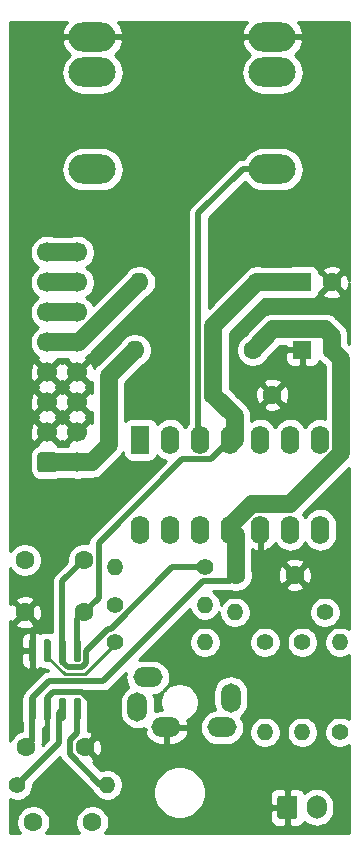
<source format=gbr>
%TF.GenerationSoftware,KiCad,Pcbnew,(5.1.10)-1*%
%TF.CreationDate,2022-02-04T18:44:23-05:00*%
%TF.ProjectId,BIGRIG_OUTPUT,42494752-4947-45f4-9f55-545055542e6b,rev?*%
%TF.SameCoordinates,Original*%
%TF.FileFunction,Copper,L2,Bot*%
%TF.FilePolarity,Positive*%
%FSLAX46Y46*%
G04 Gerber Fmt 4.6, Leading zero omitted, Abs format (unit mm)*
G04 Created by KiCad (PCBNEW (5.1.10)-1) date 2022-02-04 18:44:23*
%MOMM*%
%LPD*%
G01*
G04 APERTURE LIST*
%TA.AperFunction,ComponentPad*%
%ADD10O,1.400000X1.400000*%
%TD*%
%TA.AperFunction,ComponentPad*%
%ADD11C,1.400000*%
%TD*%
%TA.AperFunction,ComponentPad*%
%ADD12C,1.600000*%
%TD*%
%TA.AperFunction,ComponentPad*%
%ADD13R,1.600000X1.600000*%
%TD*%
%TA.AperFunction,ComponentPad*%
%ADD14O,1.600000X1.600000*%
%TD*%
%TA.AperFunction,ComponentPad*%
%ADD15C,1.700000*%
%TD*%
%TA.AperFunction,ComponentPad*%
%ADD16O,4.000000X2.500000*%
%TD*%
%TA.AperFunction,ComponentPad*%
%ADD17O,2.500000X1.700000*%
%TD*%
%TA.AperFunction,ComponentPad*%
%ADD18O,1.700000X2.500000*%
%TD*%
%TA.AperFunction,ComponentPad*%
%ADD19O,1.700000X2.000000*%
%TD*%
%TA.AperFunction,ComponentPad*%
%ADD20R,1.600000X2.400000*%
%TD*%
%TA.AperFunction,ComponentPad*%
%ADD21O,1.600000X2.400000*%
%TD*%
%TA.AperFunction,Conductor*%
%ADD22C,0.500000*%
%TD*%
%TA.AperFunction,Conductor*%
%ADD23C,1.500000*%
%TD*%
%TA.AperFunction,Conductor*%
%ADD24C,0.250000*%
%TD*%
%TA.AperFunction,Conductor*%
%ADD25C,0.254000*%
%TD*%
%TA.AperFunction,Conductor*%
%ADD26C,0.100000*%
%TD*%
G04 APERTURE END LIST*
D10*
%TO.P,R15,2*%
%TO.N,Net-(C13-Pad1)*%
X49530000Y-76835000D03*
D11*
%TO.P,R15,1*%
%TO.N,Right_phone*%
X57150000Y-76835000D03*
%TD*%
D12*
%TO.P,C2,2*%
%TO.N,GND*%
X67905000Y-52705000D03*
D13*
%TO.P,C2,1*%
%TO.N,+12V*%
X65405000Y-52705000D03*
%TD*%
D12*
%TO.P,C3,1*%
%TO.N,GND*%
X62865000Y-62230000D03*
%TO.P,C3,2*%
%TO.N,+12V*%
X57865000Y-62230000D03*
%TD*%
%TO.P,C4,2*%
%TO.N,-12V*%
X59770000Y-77470000D03*
%TO.P,C4,1*%
%TO.N,GND*%
X64770000Y-77470000D03*
%TD*%
D13*
%TO.P,C5,1*%
%TO.N,GND*%
X65405000Y-58420000D03*
D12*
%TO.P,C5,2*%
%TO.N,-12V*%
X67905000Y-58420000D03*
%TD*%
%TO.P,C8,2*%
%TO.N,Net-(C8-Pad2)*%
X42625000Y-98425000D03*
%TO.P,C8,1*%
%TO.N,Left_phone*%
X47625000Y-98425000D03*
%TD*%
%TO.P,C9,1*%
%TO.N,GND*%
X46990000Y-92075000D03*
%TO.P,C9,2*%
%TO.N,-12V*%
X41990000Y-92075000D03*
%TD*%
%TO.P,C12,2*%
%TO.N,+12V*%
X46910000Y-80645000D03*
%TO.P,C12,1*%
%TO.N,GND*%
X41910000Y-80645000D03*
%TD*%
%TO.P,C13,1*%
%TO.N,Net-(C13-Pad1)*%
X41910000Y-76200000D03*
%TO.P,C13,2*%
%TO.N,Right_phone*%
X46910000Y-76200000D03*
%TD*%
%TO.P,FB2,1*%
%TO.N,-12V*%
X61214000Y-58420000D03*
D14*
%TO.P,FB2,2*%
%TO.N,Net-(FB2-Pad2)*%
X51214000Y-58420000D03*
%TD*%
%TO.P,FB3,2*%
%TO.N,Net-(FB3-Pad2)*%
X51595000Y-52705000D03*
D12*
%TO.P,FB3,1*%
%TO.N,+12V*%
X61595000Y-52705000D03*
%TD*%
%TO.P,IC1,1*%
%TO.N,Left_phone*%
%TA.AperFunction,SMDPad,CuDef*%
G36*
G01*
X46505000Y-89810000D02*
X46205000Y-89810000D01*
G75*
G02*
X46055000Y-89660000I0J150000D01*
G01*
X46055000Y-88010000D01*
G75*
G02*
X46205000Y-87860000I150000J0D01*
G01*
X46505000Y-87860000D01*
G75*
G02*
X46655000Y-88010000I0J-150000D01*
G01*
X46655000Y-89660000D01*
G75*
G02*
X46505000Y-89810000I-150000J0D01*
G01*
G37*
%TD.AperFunction*%
%TO.P,IC1,2*%
%TO.N,Net-(C8-Pad2)*%
%TA.AperFunction,SMDPad,CuDef*%
G36*
G01*
X45235000Y-89810000D02*
X44935000Y-89810000D01*
G75*
G02*
X44785000Y-89660000I0J150000D01*
G01*
X44785000Y-88010000D01*
G75*
G02*
X44935000Y-87860000I150000J0D01*
G01*
X45235000Y-87860000D01*
G75*
G02*
X45385000Y-88010000I0J-150000D01*
G01*
X45385000Y-89660000D01*
G75*
G02*
X45235000Y-89810000I-150000J0D01*
G01*
G37*
%TD.AperFunction*%
%TO.P,IC1,3*%
%TO.N,GND*%
%TA.AperFunction,SMDPad,CuDef*%
G36*
G01*
X43965000Y-89810000D02*
X43665000Y-89810000D01*
G75*
G02*
X43515000Y-89660000I0J150000D01*
G01*
X43515000Y-88010000D01*
G75*
G02*
X43665000Y-87860000I150000J0D01*
G01*
X43965000Y-87860000D01*
G75*
G02*
X44115000Y-88010000I0J-150000D01*
G01*
X44115000Y-89660000D01*
G75*
G02*
X43965000Y-89810000I-150000J0D01*
G01*
G37*
%TD.AperFunction*%
%TO.P,IC1,4*%
%TO.N,-12V*%
%TA.AperFunction,SMDPad,CuDef*%
G36*
G01*
X42695000Y-89810000D02*
X42395000Y-89810000D01*
G75*
G02*
X42245000Y-89660000I0J150000D01*
G01*
X42245000Y-88010000D01*
G75*
G02*
X42395000Y-87860000I150000J0D01*
G01*
X42695000Y-87860000D01*
G75*
G02*
X42845000Y-88010000I0J-150000D01*
G01*
X42845000Y-89660000D01*
G75*
G02*
X42695000Y-89810000I-150000J0D01*
G01*
G37*
%TD.AperFunction*%
%TO.P,IC1,5*%
%TO.N,GND*%
%TA.AperFunction,SMDPad,CuDef*%
G36*
G01*
X42695000Y-84860000D02*
X42395000Y-84860000D01*
G75*
G02*
X42245000Y-84710000I0J150000D01*
G01*
X42245000Y-83060000D01*
G75*
G02*
X42395000Y-82910000I150000J0D01*
G01*
X42695000Y-82910000D01*
G75*
G02*
X42845000Y-83060000I0J-150000D01*
G01*
X42845000Y-84710000D01*
G75*
G02*
X42695000Y-84860000I-150000J0D01*
G01*
G37*
%TD.AperFunction*%
%TO.P,IC1,6*%
%TO.N,Net-(C13-Pad1)*%
%TA.AperFunction,SMDPad,CuDef*%
G36*
G01*
X43965000Y-84860000D02*
X43665000Y-84860000D01*
G75*
G02*
X43515000Y-84710000I0J150000D01*
G01*
X43515000Y-83060000D01*
G75*
G02*
X43665000Y-82910000I150000J0D01*
G01*
X43965000Y-82910000D01*
G75*
G02*
X44115000Y-83060000I0J-150000D01*
G01*
X44115000Y-84710000D01*
G75*
G02*
X43965000Y-84860000I-150000J0D01*
G01*
G37*
%TD.AperFunction*%
%TO.P,IC1,7*%
%TO.N,Right_phone*%
%TA.AperFunction,SMDPad,CuDef*%
G36*
G01*
X45235000Y-84860000D02*
X44935000Y-84860000D01*
G75*
G02*
X44785000Y-84710000I0J150000D01*
G01*
X44785000Y-83060000D01*
G75*
G02*
X44935000Y-82910000I150000J0D01*
G01*
X45235000Y-82910000D01*
G75*
G02*
X45385000Y-83060000I0J-150000D01*
G01*
X45385000Y-84710000D01*
G75*
G02*
X45235000Y-84860000I-150000J0D01*
G01*
G37*
%TD.AperFunction*%
%TO.P,IC1,8*%
%TO.N,+12V*%
%TA.AperFunction,SMDPad,CuDef*%
G36*
G01*
X46505000Y-84860000D02*
X46205000Y-84860000D01*
G75*
G02*
X46055000Y-84710000I0J150000D01*
G01*
X46055000Y-83060000D01*
G75*
G02*
X46205000Y-82910000I150000J0D01*
G01*
X46505000Y-82910000D01*
G75*
G02*
X46655000Y-83060000I0J-150000D01*
G01*
X46655000Y-84710000D01*
G75*
G02*
X46505000Y-84860000I-150000J0D01*
G01*
G37*
%TD.AperFunction*%
%TD*%
%TO.P,J1,1*%
%TO.N,Net-(FB2-Pad2)*%
%TA.AperFunction,ComponentPad*%
G36*
G01*
X42965000Y-68545000D02*
X42965000Y-67345000D01*
G75*
G02*
X43215000Y-67095000I250000J0D01*
G01*
X44415000Y-67095000D01*
G75*
G02*
X44665000Y-67345000I0J-250000D01*
G01*
X44665000Y-68545000D01*
G75*
G02*
X44415000Y-68795000I-250000J0D01*
G01*
X43215000Y-68795000D01*
G75*
G02*
X42965000Y-68545000I0J250000D01*
G01*
G37*
%TD.AperFunction*%
D15*
%TO.P,J1,3*%
%TO.N,GND*%
X43815000Y-65405000D03*
%TO.P,J1,5*%
X43815000Y-62865000D03*
%TO.P,J1,7*%
X43815000Y-60325000D03*
%TO.P,J1,9*%
%TO.N,Net-(FB3-Pad2)*%
X43815000Y-57785000D03*
%TO.P,J1,11*%
%TO.N,Net-(J1-Pad11)*%
X43815000Y-55245000D03*
%TO.P,J1,13*%
%TO.N,Net-(J1-Pad13)*%
X43815000Y-52705000D03*
%TO.P,J1,15*%
%TO.N,Net-(J1-Pad15)*%
X43815000Y-50165000D03*
%TO.P,J1,2*%
%TO.N,Net-(FB2-Pad2)*%
X46355000Y-67945000D03*
%TO.P,J1,4*%
%TO.N,GND*%
X46355000Y-65405000D03*
%TO.P,J1,6*%
X46355000Y-62865000D03*
%TO.P,J1,8*%
X46355000Y-60325000D03*
%TO.P,J1,10*%
%TO.N,Net-(FB3-Pad2)*%
X46355000Y-57785000D03*
%TO.P,J1,12*%
%TO.N,Net-(J1-Pad11)*%
X46355000Y-55245000D03*
%TO.P,J1,14*%
%TO.N,Net-(J1-Pad13)*%
X46355000Y-52705000D03*
%TO.P,J1,16*%
%TO.N,Net-(J1-Pad15)*%
X46355000Y-50165000D03*
%TD*%
D16*
%TO.P,J2,1*%
%TO.N,GND*%
X62865000Y-31925000D03*
%TO.P,J2,2*%
%TO.N,Net-(J2-Pad2)*%
X62865000Y-34925000D03*
%TO.P,J2,3*%
%TO.N,Net-(J2-Pad3)*%
X62865000Y-43125000D03*
%TD*%
%TO.P,J3,3*%
%TO.N,Net-(J3-Pad3)*%
X47625000Y-43125000D03*
%TO.P,J3,2*%
%TO.N,Net-(J3-Pad2)*%
X47625000Y-34925000D03*
%TO.P,J3,1*%
%TO.N,GND*%
X47625000Y-31925000D03*
%TD*%
D17*
%TO.P,J4,SN*%
%TO.N,Net-(J4-PadSN)*%
X52300000Y-86140000D03*
%TO.P,J4,TN*%
%TO.N,Net-(J4-PadTN)*%
X58600000Y-90390000D03*
D18*
%TO.P,J4,T*%
%TO.N,Left_phone*%
X59350000Y-87865000D03*
D17*
%TO.P,J4,G*%
%TO.N,GND*%
X53900000Y-90390000D03*
D18*
%TO.P,J4,S*%
%TO.N,Right_phone*%
X51450000Y-88665000D03*
%TD*%
%TO.P,J5,1*%
%TO.N,GND*%
%TA.AperFunction,ComponentPad*%
G36*
G01*
X63285000Y-97905000D02*
X63285000Y-96405000D01*
G75*
G02*
X63535000Y-96155000I250000J0D01*
G01*
X64735000Y-96155000D01*
G75*
G02*
X64985000Y-96405000I0J-250000D01*
G01*
X64985000Y-97905000D01*
G75*
G02*
X64735000Y-98155000I-250000J0D01*
G01*
X63535000Y-98155000D01*
G75*
G02*
X63285000Y-97905000I0J250000D01*
G01*
G37*
%TD.AperFunction*%
D19*
%TO.P,J5,2*%
%TO.N,Mono_Line*%
X66635000Y-97155000D03*
%TD*%
D10*
%TO.P,R9,2*%
%TO.N,Left*%
X57150000Y-80010000D03*
D11*
%TO.P,R9,1*%
%TO.N,Net-(C8-Pad2)*%
X49530000Y-80010000D03*
%TD*%
%TO.P,R10,1*%
%TO.N,Net-(C8-Pad2)*%
X41275000Y-95250000D03*
D10*
%TO.P,R10,2*%
%TO.N,Left_phone*%
X48895000Y-95250000D03*
%TD*%
%TO.P,R11,2*%
%TO.N,Left_phone*%
X62230000Y-90805000D03*
D11*
%TO.P,R11,1*%
%TO.N,Net-(R11-Pad1)*%
X62230000Y-83185000D03*
%TD*%
%TO.P,R12,1*%
%TO.N,Net-(R11-Pad1)*%
X65405000Y-83185000D03*
D10*
%TO.P,R12,2*%
%TO.N,Right_phone*%
X65405000Y-90805000D03*
%TD*%
D11*
%TO.P,R13,1*%
%TO.N,Net-(R13-Pad1)*%
X67310000Y-80645000D03*
D10*
%TO.P,R13,2*%
%TO.N,Net-(R11-Pad1)*%
X59690000Y-80645000D03*
%TD*%
%TO.P,R14,2*%
%TO.N,Net-(R13-Pad1)*%
X68580000Y-83185000D03*
D11*
%TO.P,R14,1*%
%TO.N,Mono_Line*%
X68580000Y-90805000D03*
%TD*%
%TO.P,R16,1*%
%TO.N,Net-(C13-Pad1)*%
X49530000Y-83185000D03*
D10*
%TO.P,R16,2*%
%TO.N,Right*%
X57150000Y-83185000D03*
%TD*%
D20*
%TO.P,U1,1*%
%TO.N,Right*%
X51689000Y-66040000D03*
D21*
%TO.P,U1,8*%
%TO.N,Net-(R13-Pad1)*%
X66929000Y-73660000D03*
%TO.P,U1,2*%
%TO.N,Right*%
X54229000Y-66040000D03*
%TO.P,U1,9*%
%TO.N,Net-(R11-Pad1)*%
X64389000Y-73660000D03*
%TO.P,U1,3*%
%TO.N,Net-(J2-Pad3)*%
X56769000Y-66040000D03*
%TO.P,U1,10*%
%TO.N,GND*%
X61849000Y-73660000D03*
%TO.P,U1,4*%
%TO.N,+12V*%
X59309000Y-66040000D03*
%TO.P,U1,11*%
%TO.N,-12V*%
X59309000Y-73660000D03*
%TO.P,U1,5*%
%TO.N,Net-(J3-Pad3)*%
X61849000Y-66040000D03*
%TO.P,U1,12*%
%TO.N,N/C*%
X56769000Y-73660000D03*
%TO.P,U1,6*%
%TO.N,Left*%
X64389000Y-66040000D03*
%TO.P,U1,13*%
%TO.N,N/C*%
X54229000Y-73660000D03*
%TO.P,U1,7*%
%TO.N,Left*%
X66929000Y-66040000D03*
%TO.P,U1,14*%
%TO.N,N/C*%
X51689000Y-73660000D03*
%TD*%
D22*
%TO.N,GND*%
X46753534Y-87409990D02*
X47789999Y-88446455D01*
X44265010Y-87409990D02*
X46753534Y-87409990D01*
X43815000Y-87860000D02*
X44265010Y-87409990D01*
X47789999Y-91275001D02*
X46990000Y-92075000D01*
X47789999Y-88446455D02*
X47789999Y-91275001D01*
X43815000Y-88835000D02*
X43815000Y-87860000D01*
D23*
%TO.N,+12V*%
X59690000Y-64055000D02*
X57865000Y-62230000D01*
X59690000Y-66040000D02*
X59690000Y-64055000D01*
X57865000Y-56435000D02*
X61595000Y-52705000D01*
X57865000Y-62230000D02*
X57865000Y-56435000D01*
X61595000Y-52705000D02*
X65405000Y-52705000D01*
D22*
X46355000Y-81200000D02*
X46910000Y-80645000D01*
X46355000Y-83885000D02*
X46355000Y-81200000D01*
X57658990Y-67690010D02*
X59309000Y-66040000D01*
X55245990Y-67690010D02*
X57658990Y-67690010D01*
X48160001Y-74775999D02*
X55245990Y-67690010D01*
X48160001Y-79394999D02*
X48160001Y-74775999D01*
X46910000Y-80645000D02*
X48160001Y-79394999D01*
D23*
%TO.N,-12V*%
X59309000Y-73325113D02*
X59309000Y-73660000D01*
X64333897Y-71509990D02*
X61124123Y-71509990D01*
X61124123Y-71509990D02*
X59309000Y-73325113D01*
X68704999Y-67138888D02*
X64333897Y-71509990D01*
X68704999Y-59219999D02*
X68704999Y-67138888D01*
X67905000Y-58420000D02*
X68704999Y-59219999D01*
X59770000Y-74121000D02*
X59309000Y-73660000D01*
X59770000Y-77470000D02*
X59770000Y-74121000D01*
D22*
X42545000Y-91520000D02*
X41990000Y-92075000D01*
X42545000Y-88835000D02*
X42545000Y-91520000D01*
D23*
X67905000Y-57288630D02*
X67905000Y-58420000D01*
X67286369Y-56669999D02*
X67905000Y-57288630D01*
X62964001Y-56669999D02*
X67286369Y-56669999D01*
X61214000Y-58420000D02*
X62964001Y-56669999D01*
D22*
X59254999Y-77985001D02*
X59770000Y-77470000D01*
X57015999Y-77985001D02*
X59254999Y-77985001D01*
X43944970Y-86460030D02*
X48540970Y-86460030D01*
X48540970Y-86460030D02*
X57015999Y-77985001D01*
X42545000Y-87860000D02*
X43944970Y-86460030D01*
X42545000Y-88835000D02*
X42545000Y-87860000D01*
%TO.N,Net-(C8-Pad2)*%
X44785000Y-89135000D02*
X45085000Y-88835000D01*
X44785000Y-91740000D02*
X44785000Y-89135000D01*
X41275000Y-95250000D02*
X44785000Y-91740000D01*
%TO.N,Left_phone*%
X48314998Y-95250000D02*
X48895000Y-95250000D01*
X45739999Y-92675001D02*
X48314998Y-95250000D01*
X45739999Y-91474999D02*
X45739999Y-92675001D01*
X46355000Y-90859998D02*
X45739999Y-91474999D01*
X46355000Y-88835000D02*
X46355000Y-90859998D01*
D24*
%TO.N,Net-(C13-Pad1)*%
X43815000Y-84403186D02*
X43815000Y-83885000D01*
X46991710Y-85885020D02*
X45296834Y-85885020D01*
X45296834Y-85885020D02*
X43815000Y-84403186D01*
X49530000Y-83346730D02*
X46991710Y-85885020D01*
X49530000Y-83185000D02*
X49530000Y-83346730D01*
D22*
%TO.N,Right_phone*%
X45085000Y-78025000D02*
X46910000Y-76200000D01*
X45085000Y-83885000D02*
X45085000Y-78025000D01*
X45085000Y-84860000D02*
X45085000Y-83885000D01*
X46753534Y-85310010D02*
X45535010Y-85310010D01*
X47105010Y-84958534D02*
X46753534Y-85310010D01*
X47105010Y-83907988D02*
X47105010Y-84958534D01*
X45535010Y-85310010D02*
X45085000Y-84860000D01*
X48977999Y-82034999D02*
X47105010Y-83907988D01*
X49207003Y-82034999D02*
X48977999Y-82034999D01*
X54407002Y-76835000D02*
X49207003Y-82034999D01*
X57150000Y-76835000D02*
X54407002Y-76835000D01*
D23*
%TO.N,Net-(FB2-Pad2)*%
X43815000Y-67945000D02*
X46355000Y-67945000D01*
X47557081Y-67945000D02*
X48996600Y-66505481D01*
X46355000Y-67945000D02*
X47557081Y-67945000D01*
X48996600Y-60637400D02*
X51214000Y-58420000D01*
X48996600Y-66505481D02*
X48996600Y-60637400D01*
%TO.N,Net-(FB3-Pad2)*%
X43815000Y-57785000D02*
X46355000Y-57785000D01*
X46515000Y-57785000D02*
X46355000Y-57785000D01*
X51595000Y-52705000D02*
X46515000Y-57785000D01*
%TO.N,Net-(J1-Pad13)*%
X46355000Y-52705000D02*
X43815000Y-52705000D01*
%TO.N,Net-(J1-Pad15)*%
X46355000Y-50165000D02*
X43815000Y-50165000D01*
D22*
%TO.N,Net-(J2-Pad3)*%
X56614999Y-65504999D02*
X57150000Y-66040000D01*
X56614999Y-46875001D02*
X56614999Y-65504999D01*
X60365000Y-43125000D02*
X56614999Y-46875001D01*
X62865000Y-43125000D02*
X60365000Y-43125000D01*
D23*
%TO.N,Net-(J1-Pad11)*%
X46355000Y-55245000D02*
X43815000Y-55245000D01*
%TD*%
D25*
%TO.N,GND*%
X69340001Y-82087226D02*
X69212359Y-82001939D01*
X68969405Y-81901304D01*
X68711486Y-81850000D01*
X68448514Y-81850000D01*
X68190595Y-81901304D01*
X67947641Y-82001939D01*
X67728987Y-82148038D01*
X67543038Y-82333987D01*
X67396939Y-82552641D01*
X67296304Y-82795595D01*
X67245000Y-83053514D01*
X67245000Y-83316486D01*
X67296304Y-83574405D01*
X67396939Y-83817359D01*
X67543038Y-84036013D01*
X67728987Y-84221962D01*
X67947641Y-84368061D01*
X68190595Y-84468696D01*
X68448514Y-84520000D01*
X68711486Y-84520000D01*
X68969405Y-84468696D01*
X69212359Y-84368061D01*
X69340001Y-84282774D01*
X69340001Y-89707226D01*
X69212359Y-89621939D01*
X68969405Y-89521304D01*
X68711486Y-89470000D01*
X68448514Y-89470000D01*
X68190595Y-89521304D01*
X67947641Y-89621939D01*
X67728987Y-89768038D01*
X67543038Y-89953987D01*
X67396939Y-90172641D01*
X67296304Y-90415595D01*
X67245000Y-90673514D01*
X67245000Y-90936486D01*
X67296304Y-91194405D01*
X67396939Y-91437359D01*
X67543038Y-91656013D01*
X67728987Y-91841962D01*
X67947641Y-91988061D01*
X68190595Y-92088696D01*
X68448514Y-92140000D01*
X68711486Y-92140000D01*
X68969405Y-92088696D01*
X69212359Y-91988061D01*
X69340001Y-91902774D01*
X69340001Y-99340000D01*
X48739396Y-99340000D01*
X48739637Y-99339759D01*
X48896680Y-99104727D01*
X49004853Y-98843574D01*
X49060000Y-98566335D01*
X49060000Y-98283665D01*
X49034407Y-98155000D01*
X62646928Y-98155000D01*
X62659188Y-98279482D01*
X62695498Y-98399180D01*
X62754463Y-98509494D01*
X62833815Y-98606185D01*
X62930506Y-98685537D01*
X63040820Y-98744502D01*
X63160518Y-98780812D01*
X63285000Y-98793072D01*
X63849250Y-98790000D01*
X64008000Y-98631250D01*
X64008000Y-97282000D01*
X62808750Y-97282000D01*
X62650000Y-97440750D01*
X62646928Y-98155000D01*
X49034407Y-98155000D01*
X49004853Y-98006426D01*
X48896680Y-97745273D01*
X48739637Y-97510241D01*
X48539759Y-97310363D01*
X48304727Y-97153320D01*
X48043574Y-97045147D01*
X47766335Y-96990000D01*
X47483665Y-96990000D01*
X47206426Y-97045147D01*
X46945273Y-97153320D01*
X46710241Y-97310363D01*
X46510363Y-97510241D01*
X46353320Y-97745273D01*
X46245147Y-98006426D01*
X46190000Y-98283665D01*
X46190000Y-98566335D01*
X46245147Y-98843574D01*
X46353320Y-99104727D01*
X46510363Y-99339759D01*
X46510604Y-99340000D01*
X43739396Y-99340000D01*
X43739637Y-99339759D01*
X43896680Y-99104727D01*
X44004853Y-98843574D01*
X44060000Y-98566335D01*
X44060000Y-98283665D01*
X44004853Y-98006426D01*
X43896680Y-97745273D01*
X43739637Y-97510241D01*
X43539759Y-97310363D01*
X43304727Y-97153320D01*
X43043574Y-97045147D01*
X42766335Y-96990000D01*
X42483665Y-96990000D01*
X42206426Y-97045147D01*
X41945273Y-97153320D01*
X41710241Y-97310363D01*
X41510363Y-97510241D01*
X41353320Y-97745273D01*
X41245147Y-98006426D01*
X41190000Y-98283665D01*
X41190000Y-98566335D01*
X41245147Y-98843574D01*
X41353320Y-99104727D01*
X41510363Y-99339759D01*
X41510604Y-99340000D01*
X40660000Y-99340000D01*
X40660000Y-96440251D01*
X40885595Y-96533696D01*
X41143514Y-96585000D01*
X41406486Y-96585000D01*
X41664405Y-96533696D01*
X41907359Y-96433061D01*
X42126013Y-96286962D01*
X42311962Y-96101013D01*
X42458061Y-95882359D01*
X42558696Y-95639405D01*
X42610000Y-95381486D01*
X42610000Y-95166578D01*
X44881835Y-92894744D01*
X44918411Y-93015314D01*
X45000589Y-93169060D01*
X45083467Y-93270047D01*
X45083470Y-93270050D01*
X45111183Y-93303818D01*
X45144950Y-93331530D01*
X47658468Y-95845049D01*
X47686181Y-95878817D01*
X47719949Y-95906530D01*
X47719951Y-95906532D01*
X47737974Y-95921323D01*
X47858038Y-96101013D01*
X48043987Y-96286962D01*
X48262641Y-96433061D01*
X48505595Y-96533696D01*
X48763514Y-96585000D01*
X49026486Y-96585000D01*
X49284405Y-96533696D01*
X49527359Y-96433061D01*
X49746013Y-96286962D01*
X49931962Y-96101013D01*
X50078061Y-95882359D01*
X50168147Y-95664872D01*
X52765000Y-95664872D01*
X52765000Y-96105128D01*
X52850890Y-96536925D01*
X53019369Y-96943669D01*
X53263962Y-97309729D01*
X53575271Y-97621038D01*
X53941331Y-97865631D01*
X54348075Y-98034110D01*
X54779872Y-98120000D01*
X55220128Y-98120000D01*
X55651925Y-98034110D01*
X56058669Y-97865631D01*
X56424729Y-97621038D01*
X56736038Y-97309729D01*
X56980631Y-96943669D01*
X57149110Y-96536925D01*
X57225079Y-96155000D01*
X62646928Y-96155000D01*
X62650000Y-96869250D01*
X62808750Y-97028000D01*
X64008000Y-97028000D01*
X64008000Y-95678750D01*
X64262000Y-95678750D01*
X64262000Y-97028000D01*
X64282000Y-97028000D01*
X64282000Y-97282000D01*
X64262000Y-97282000D01*
X64262000Y-98631250D01*
X64420750Y-98790000D01*
X64985000Y-98793072D01*
X65109482Y-98780812D01*
X65229180Y-98744502D01*
X65339494Y-98685537D01*
X65436185Y-98606185D01*
X65515537Y-98509494D01*
X65574502Y-98399180D01*
X65585055Y-98364392D01*
X65805987Y-98545706D01*
X66063967Y-98683599D01*
X66343890Y-98768513D01*
X66635000Y-98797185D01*
X66926111Y-98768513D01*
X67206034Y-98683599D01*
X67464014Y-98545706D01*
X67690134Y-98360134D01*
X67875706Y-98134014D01*
X68013599Y-97876033D01*
X68098513Y-97596110D01*
X68120000Y-97377949D01*
X68120000Y-96932050D01*
X68098513Y-96713889D01*
X68013599Y-96433966D01*
X67875706Y-96175986D01*
X67690134Y-95949866D01*
X67464013Y-95764294D01*
X67206033Y-95626401D01*
X66926110Y-95541487D01*
X66635000Y-95512815D01*
X66343889Y-95541487D01*
X66063966Y-95626401D01*
X65805986Y-95764294D01*
X65585055Y-95945608D01*
X65574502Y-95910820D01*
X65515537Y-95800506D01*
X65436185Y-95703815D01*
X65339494Y-95624463D01*
X65229180Y-95565498D01*
X65109482Y-95529188D01*
X64985000Y-95516928D01*
X64420750Y-95520000D01*
X64262000Y-95678750D01*
X64008000Y-95678750D01*
X63849250Y-95520000D01*
X63285000Y-95516928D01*
X63160518Y-95529188D01*
X63040820Y-95565498D01*
X62930506Y-95624463D01*
X62833815Y-95703815D01*
X62754463Y-95800506D01*
X62695498Y-95910820D01*
X62659188Y-96030518D01*
X62646928Y-96155000D01*
X57225079Y-96155000D01*
X57235000Y-96105128D01*
X57235000Y-95664872D01*
X57149110Y-95233075D01*
X56980631Y-94826331D01*
X56736038Y-94460271D01*
X56424729Y-94148962D01*
X56058669Y-93904369D01*
X55651925Y-93735890D01*
X55220128Y-93650000D01*
X54779872Y-93650000D01*
X54348075Y-93735890D01*
X53941331Y-93904369D01*
X53575271Y-94148962D01*
X53263962Y-94460271D01*
X53019369Y-94826331D01*
X52850890Y-95233075D01*
X52765000Y-95664872D01*
X50168147Y-95664872D01*
X50178696Y-95639405D01*
X50230000Y-95381486D01*
X50230000Y-95118514D01*
X50178696Y-94860595D01*
X50078061Y-94617641D01*
X49931962Y-94398987D01*
X49746013Y-94213038D01*
X49527359Y-94066939D01*
X49284405Y-93966304D01*
X49026486Y-93915000D01*
X48763514Y-93915000D01*
X48505595Y-93966304D01*
X48348112Y-94031536D01*
X47664218Y-93347641D01*
X47731514Y-93311671D01*
X47803097Y-93067702D01*
X46990000Y-92254605D01*
X46975858Y-92268748D01*
X46796253Y-92089143D01*
X46810395Y-92075000D01*
X47169605Y-92075000D01*
X47982702Y-92888097D01*
X48226671Y-92816514D01*
X48347571Y-92561004D01*
X48416300Y-92286816D01*
X48430217Y-92004488D01*
X48388787Y-91724870D01*
X48293603Y-91458708D01*
X48226671Y-91333486D01*
X47982702Y-91261903D01*
X47169605Y-92075000D01*
X46810395Y-92075000D01*
X46796253Y-92060858D01*
X46975858Y-91881253D01*
X46990000Y-91895395D01*
X47803097Y-91082298D01*
X47731514Y-90838329D01*
X47476004Y-90717429D01*
X47240000Y-90658271D01*
X47240000Y-89938783D01*
X47277929Y-89813745D01*
X47293072Y-89660000D01*
X47293072Y-88010000D01*
X47277929Y-87856255D01*
X47233084Y-87708418D01*
X47160258Y-87572171D01*
X47062251Y-87452749D01*
X46942829Y-87354742D01*
X46924659Y-87345030D01*
X48497501Y-87345030D01*
X48540970Y-87349311D01*
X48584439Y-87345030D01*
X48584447Y-87345030D01*
X48714460Y-87332225D01*
X48881283Y-87281619D01*
X49035029Y-87199441D01*
X49169787Y-87088847D01*
X49197504Y-87055074D01*
X50450768Y-85801810D01*
X50436487Y-85848889D01*
X50407815Y-86140000D01*
X50436487Y-86431111D01*
X50521401Y-86711034D01*
X50659294Y-86969014D01*
X50679148Y-86993206D01*
X50620986Y-87024294D01*
X50394866Y-87209866D01*
X50209294Y-87435987D01*
X50071401Y-87693967D01*
X49986487Y-87973890D01*
X49965000Y-88192051D01*
X49965000Y-89137950D01*
X49986487Y-89356111D01*
X50071401Y-89636034D01*
X50209294Y-89894014D01*
X50394866Y-90120134D01*
X50620987Y-90305706D01*
X50878967Y-90443599D01*
X51158890Y-90528513D01*
X51450000Y-90557185D01*
X51741111Y-90528513D01*
X52015000Y-90445429D01*
X52015000Y-90517002D01*
X52179844Y-90517002D01*
X52058524Y-90746890D01*
X52079437Y-90840953D01*
X52194709Y-91109426D01*
X52360143Y-91350252D01*
X52569381Y-91554176D01*
X52814382Y-91713361D01*
X53085731Y-91821690D01*
X53373000Y-91875000D01*
X53773000Y-91875000D01*
X53773000Y-90517000D01*
X54027000Y-90517000D01*
X54027000Y-91875000D01*
X54427000Y-91875000D01*
X54714269Y-91821690D01*
X54985618Y-91713361D01*
X55230619Y-91554176D01*
X55439857Y-91350252D01*
X55605291Y-91109426D01*
X55720563Y-90840953D01*
X55741476Y-90746890D01*
X55620155Y-90517000D01*
X54027000Y-90517000D01*
X53773000Y-90517000D01*
X53753000Y-90517000D01*
X53753000Y-90390000D01*
X56707815Y-90390000D01*
X56736487Y-90681111D01*
X56821401Y-90961034D01*
X56959294Y-91219014D01*
X57144866Y-91445134D01*
X57370986Y-91630706D01*
X57628966Y-91768599D01*
X57908889Y-91853513D01*
X58127050Y-91875000D01*
X59072950Y-91875000D01*
X59291111Y-91853513D01*
X59571034Y-91768599D01*
X59829014Y-91630706D01*
X60055134Y-91445134D01*
X60240706Y-91219014D01*
X60378599Y-90961034D01*
X60463513Y-90681111D01*
X60464261Y-90673514D01*
X60895000Y-90673514D01*
X60895000Y-90936486D01*
X60946304Y-91194405D01*
X61046939Y-91437359D01*
X61193038Y-91656013D01*
X61378987Y-91841962D01*
X61597641Y-91988061D01*
X61840595Y-92088696D01*
X62098514Y-92140000D01*
X62361486Y-92140000D01*
X62619405Y-92088696D01*
X62862359Y-91988061D01*
X63081013Y-91841962D01*
X63266962Y-91656013D01*
X63413061Y-91437359D01*
X63513696Y-91194405D01*
X63565000Y-90936486D01*
X63565000Y-90673514D01*
X64070000Y-90673514D01*
X64070000Y-90936486D01*
X64121304Y-91194405D01*
X64221939Y-91437359D01*
X64368038Y-91656013D01*
X64553987Y-91841962D01*
X64772641Y-91988061D01*
X65015595Y-92088696D01*
X65273514Y-92140000D01*
X65536486Y-92140000D01*
X65794405Y-92088696D01*
X66037359Y-91988061D01*
X66256013Y-91841962D01*
X66441962Y-91656013D01*
X66588061Y-91437359D01*
X66688696Y-91194405D01*
X66740000Y-90936486D01*
X66740000Y-90673514D01*
X66688696Y-90415595D01*
X66588061Y-90172641D01*
X66441962Y-89953987D01*
X66256013Y-89768038D01*
X66037359Y-89621939D01*
X65794405Y-89521304D01*
X65536486Y-89470000D01*
X65273514Y-89470000D01*
X65015595Y-89521304D01*
X64772641Y-89621939D01*
X64553987Y-89768038D01*
X64368038Y-89953987D01*
X64221939Y-90172641D01*
X64121304Y-90415595D01*
X64070000Y-90673514D01*
X63565000Y-90673514D01*
X63513696Y-90415595D01*
X63413061Y-90172641D01*
X63266962Y-89953987D01*
X63081013Y-89768038D01*
X62862359Y-89621939D01*
X62619405Y-89521304D01*
X62361486Y-89470000D01*
X62098514Y-89470000D01*
X61840595Y-89521304D01*
X61597641Y-89621939D01*
X61378987Y-89768038D01*
X61193038Y-89953987D01*
X61046939Y-90172641D01*
X60946304Y-90415595D01*
X60895000Y-90673514D01*
X60464261Y-90673514D01*
X60492185Y-90390000D01*
X60463513Y-90098889D01*
X60378599Y-89818966D01*
X60240706Y-89560986D01*
X60188769Y-89497700D01*
X60405134Y-89320134D01*
X60590706Y-89094014D01*
X60728599Y-88836034D01*
X60813513Y-88556111D01*
X60835000Y-88337949D01*
X60835000Y-87392050D01*
X60813513Y-87173889D01*
X60728599Y-86893966D01*
X60590706Y-86635986D01*
X60405134Y-86409866D01*
X60179013Y-86224294D01*
X59921033Y-86086401D01*
X59641110Y-86001487D01*
X59350000Y-85972815D01*
X59058889Y-86001487D01*
X58778966Y-86086401D01*
X58520986Y-86224294D01*
X58294866Y-86409866D01*
X58109294Y-86635987D01*
X57971401Y-86893967D01*
X57886487Y-87173890D01*
X57865000Y-87392051D01*
X57865000Y-88337950D01*
X57886487Y-88556111D01*
X57971401Y-88836034D01*
X58014205Y-88916114D01*
X57908889Y-88926487D01*
X57628966Y-89011401D01*
X57370986Y-89149294D01*
X57144866Y-89334866D01*
X56959294Y-89560986D01*
X56821401Y-89818966D01*
X56736487Y-90098889D01*
X56707815Y-90390000D01*
X53753000Y-90390000D01*
X53753000Y-90263000D01*
X53773000Y-90263000D01*
X53773000Y-90243000D01*
X54027000Y-90243000D01*
X54027000Y-90263000D01*
X55620155Y-90263000D01*
X55741476Y-90033110D01*
X55720563Y-89939047D01*
X55646635Y-89766866D01*
X55774463Y-89713918D01*
X56042252Y-89534987D01*
X56269987Y-89307252D01*
X56448918Y-89039463D01*
X56572168Y-88741912D01*
X56635000Y-88426033D01*
X56635000Y-88103967D01*
X56572168Y-87788088D01*
X56448918Y-87490537D01*
X56269987Y-87222748D01*
X56042252Y-86995013D01*
X55774463Y-86816082D01*
X55476912Y-86692832D01*
X55161033Y-86630000D01*
X54838967Y-86630000D01*
X54523088Y-86692832D01*
X54225537Y-86816082D01*
X53957748Y-86995013D01*
X53730013Y-87222748D01*
X53551082Y-87490537D01*
X53427832Y-87788088D01*
X53365000Y-88103967D01*
X53365000Y-88426033D01*
X53427832Y-88741912D01*
X53495385Y-88905000D01*
X53373000Y-88905000D01*
X53085731Y-88958310D01*
X52935000Y-89018485D01*
X52935000Y-88192050D01*
X52913513Y-87973889D01*
X52828599Y-87693966D01*
X52790796Y-87623242D01*
X52991111Y-87603513D01*
X53271034Y-87518599D01*
X53529014Y-87380706D01*
X53755134Y-87195134D01*
X53940706Y-86969014D01*
X54078599Y-86711034D01*
X54163513Y-86431111D01*
X54192185Y-86140000D01*
X54163513Y-85848889D01*
X54078599Y-85568966D01*
X53940706Y-85310986D01*
X53755134Y-85084866D01*
X53529014Y-84899294D01*
X53271034Y-84761401D01*
X52991111Y-84676487D01*
X52772950Y-84655000D01*
X51827050Y-84655000D01*
X51608889Y-84676487D01*
X51561810Y-84690768D01*
X53199064Y-83053514D01*
X55815000Y-83053514D01*
X55815000Y-83316486D01*
X55866304Y-83574405D01*
X55966939Y-83817359D01*
X56113038Y-84036013D01*
X56298987Y-84221962D01*
X56517641Y-84368061D01*
X56760595Y-84468696D01*
X57018514Y-84520000D01*
X57281486Y-84520000D01*
X57539405Y-84468696D01*
X57782359Y-84368061D01*
X58001013Y-84221962D01*
X58186962Y-84036013D01*
X58333061Y-83817359D01*
X58433696Y-83574405D01*
X58485000Y-83316486D01*
X58485000Y-83053514D01*
X60895000Y-83053514D01*
X60895000Y-83316486D01*
X60946304Y-83574405D01*
X61046939Y-83817359D01*
X61193038Y-84036013D01*
X61378987Y-84221962D01*
X61597641Y-84368061D01*
X61840595Y-84468696D01*
X62098514Y-84520000D01*
X62361486Y-84520000D01*
X62619405Y-84468696D01*
X62862359Y-84368061D01*
X63081013Y-84221962D01*
X63266962Y-84036013D01*
X63413061Y-83817359D01*
X63513696Y-83574405D01*
X63565000Y-83316486D01*
X63565000Y-83053514D01*
X64070000Y-83053514D01*
X64070000Y-83316486D01*
X64121304Y-83574405D01*
X64221939Y-83817359D01*
X64368038Y-84036013D01*
X64553987Y-84221962D01*
X64772641Y-84368061D01*
X65015595Y-84468696D01*
X65273514Y-84520000D01*
X65536486Y-84520000D01*
X65794405Y-84468696D01*
X66037359Y-84368061D01*
X66256013Y-84221962D01*
X66441962Y-84036013D01*
X66588061Y-83817359D01*
X66688696Y-83574405D01*
X66740000Y-83316486D01*
X66740000Y-83053514D01*
X66688696Y-82795595D01*
X66588061Y-82552641D01*
X66441962Y-82333987D01*
X66256013Y-82148038D01*
X66037359Y-82001939D01*
X65794405Y-81901304D01*
X65536486Y-81850000D01*
X65273514Y-81850000D01*
X65015595Y-81901304D01*
X64772641Y-82001939D01*
X64553987Y-82148038D01*
X64368038Y-82333987D01*
X64221939Y-82552641D01*
X64121304Y-82795595D01*
X64070000Y-83053514D01*
X63565000Y-83053514D01*
X63513696Y-82795595D01*
X63413061Y-82552641D01*
X63266962Y-82333987D01*
X63081013Y-82148038D01*
X62862359Y-82001939D01*
X62619405Y-81901304D01*
X62361486Y-81850000D01*
X62098514Y-81850000D01*
X61840595Y-81901304D01*
X61597641Y-82001939D01*
X61378987Y-82148038D01*
X61193038Y-82333987D01*
X61046939Y-82552641D01*
X60946304Y-82795595D01*
X60895000Y-83053514D01*
X58485000Y-83053514D01*
X58433696Y-82795595D01*
X58333061Y-82552641D01*
X58186962Y-82333987D01*
X58001013Y-82148038D01*
X57782359Y-82001939D01*
X57539405Y-81901304D01*
X57281486Y-81850000D01*
X57018514Y-81850000D01*
X56760595Y-81901304D01*
X56517641Y-82001939D01*
X56298987Y-82148038D01*
X56113038Y-82333987D01*
X55966939Y-82552641D01*
X55866304Y-82795595D01*
X55815000Y-83053514D01*
X53199064Y-83053514D01*
X55864126Y-80388453D01*
X55866304Y-80399405D01*
X55966939Y-80642359D01*
X56113038Y-80861013D01*
X56298987Y-81046962D01*
X56517641Y-81193061D01*
X56760595Y-81293696D01*
X57018514Y-81345000D01*
X57281486Y-81345000D01*
X57539405Y-81293696D01*
X57782359Y-81193061D01*
X58001013Y-81046962D01*
X58186962Y-80861013D01*
X58333061Y-80642359D01*
X58355000Y-80589394D01*
X58355000Y-80776486D01*
X58406304Y-81034405D01*
X58506939Y-81277359D01*
X58653038Y-81496013D01*
X58838987Y-81681962D01*
X59057641Y-81828061D01*
X59300595Y-81928696D01*
X59558514Y-81980000D01*
X59821486Y-81980000D01*
X60079405Y-81928696D01*
X60322359Y-81828061D01*
X60541013Y-81681962D01*
X60726962Y-81496013D01*
X60873061Y-81277359D01*
X60973696Y-81034405D01*
X61025000Y-80776486D01*
X61025000Y-80513514D01*
X65975000Y-80513514D01*
X65975000Y-80776486D01*
X66026304Y-81034405D01*
X66126939Y-81277359D01*
X66273038Y-81496013D01*
X66458987Y-81681962D01*
X66677641Y-81828061D01*
X66920595Y-81928696D01*
X67178514Y-81980000D01*
X67441486Y-81980000D01*
X67699405Y-81928696D01*
X67942359Y-81828061D01*
X68161013Y-81681962D01*
X68346962Y-81496013D01*
X68493061Y-81277359D01*
X68593696Y-81034405D01*
X68645000Y-80776486D01*
X68645000Y-80513514D01*
X68593696Y-80255595D01*
X68493061Y-80012641D01*
X68346962Y-79793987D01*
X68161013Y-79608038D01*
X67942359Y-79461939D01*
X67699405Y-79361304D01*
X67441486Y-79310000D01*
X67178514Y-79310000D01*
X66920595Y-79361304D01*
X66677641Y-79461939D01*
X66458987Y-79608038D01*
X66273038Y-79793987D01*
X66126939Y-80012641D01*
X66026304Y-80255595D01*
X65975000Y-80513514D01*
X61025000Y-80513514D01*
X60973696Y-80255595D01*
X60873061Y-80012641D01*
X60726962Y-79793987D01*
X60541013Y-79608038D01*
X60322359Y-79461939D01*
X60079405Y-79361304D01*
X59821486Y-79310000D01*
X59558514Y-79310000D01*
X59300595Y-79361304D01*
X59057641Y-79461939D01*
X58838987Y-79608038D01*
X58653038Y-79793987D01*
X58506939Y-80012641D01*
X58485000Y-80065606D01*
X58485000Y-79878514D01*
X58433696Y-79620595D01*
X58333061Y-79377641D01*
X58186962Y-79158987D01*
X58001013Y-78973038D01*
X57846806Y-78870001D01*
X59211530Y-78870001D01*
X59254999Y-78874282D01*
X59298468Y-78870001D01*
X59298476Y-78870001D01*
X59401637Y-78859841D01*
X59628665Y-78905000D01*
X59911335Y-78905000D01*
X60188574Y-78849853D01*
X60449727Y-78741680D01*
X60684759Y-78584637D01*
X60806694Y-78462702D01*
X63956903Y-78462702D01*
X64028486Y-78706671D01*
X64283996Y-78827571D01*
X64558184Y-78896300D01*
X64840512Y-78910217D01*
X65120130Y-78868787D01*
X65386292Y-78773603D01*
X65511514Y-78706671D01*
X65583097Y-78462702D01*
X64770000Y-77649605D01*
X63956903Y-78462702D01*
X60806694Y-78462702D01*
X60884637Y-78384759D01*
X61041680Y-78149727D01*
X61149853Y-77888574D01*
X61205000Y-77611335D01*
X61205000Y-77540512D01*
X63329783Y-77540512D01*
X63371213Y-77820130D01*
X63466397Y-78086292D01*
X63533329Y-78211514D01*
X63777298Y-78283097D01*
X64590395Y-77470000D01*
X64949605Y-77470000D01*
X65762702Y-78283097D01*
X66006671Y-78211514D01*
X66127571Y-77956004D01*
X66196300Y-77681816D01*
X66210217Y-77399488D01*
X66168787Y-77119870D01*
X66073603Y-76853708D01*
X66006671Y-76728486D01*
X65762702Y-76656903D01*
X64949605Y-77470000D01*
X64590395Y-77470000D01*
X63777298Y-76656903D01*
X63533329Y-76728486D01*
X63412429Y-76983996D01*
X63343700Y-77258184D01*
X63329783Y-77540512D01*
X61205000Y-77540512D01*
X61205000Y-77328665D01*
X61155000Y-77077301D01*
X61155000Y-76477298D01*
X63956903Y-76477298D01*
X64770000Y-77290395D01*
X65583097Y-76477298D01*
X65511514Y-76233329D01*
X65256004Y-76112429D01*
X64981816Y-76043700D01*
X64699488Y-76029783D01*
X64419870Y-76071213D01*
X64153708Y-76166397D01*
X64028486Y-76233329D01*
X63956903Y-76477298D01*
X61155000Y-76477298D01*
X61155000Y-75322108D01*
X61157354Y-75323715D01*
X61417182Y-75434367D01*
X61499961Y-75451904D01*
X61722000Y-75329915D01*
X61722000Y-73787000D01*
X61702000Y-73787000D01*
X61702000Y-73533000D01*
X61722000Y-73533000D01*
X61722000Y-73513000D01*
X61976000Y-73513000D01*
X61976000Y-73533000D01*
X61996000Y-73533000D01*
X61996000Y-73787000D01*
X61976000Y-73787000D01*
X61976000Y-75329915D01*
X62198039Y-75451904D01*
X62280818Y-75434367D01*
X62540646Y-75323715D01*
X62773895Y-75164500D01*
X62971601Y-74962839D01*
X63121735Y-74733258D01*
X63190068Y-74861100D01*
X63369392Y-75079607D01*
X63587899Y-75258932D01*
X63837192Y-75392182D01*
X64107691Y-75474236D01*
X64389000Y-75501943D01*
X64670308Y-75474236D01*
X64940807Y-75392182D01*
X65190100Y-75258932D01*
X65408607Y-75079608D01*
X65587932Y-74861101D01*
X65659000Y-74728142D01*
X65730068Y-74861100D01*
X65909392Y-75079607D01*
X66127899Y-75258932D01*
X66377192Y-75392182D01*
X66647691Y-75474236D01*
X66929000Y-75501943D01*
X67210308Y-75474236D01*
X67480807Y-75392182D01*
X67730100Y-75258932D01*
X67948607Y-75079608D01*
X68127932Y-74861101D01*
X68261182Y-74611808D01*
X68343236Y-74341309D01*
X68364000Y-74130492D01*
X68364000Y-73189509D01*
X68343236Y-72978691D01*
X68261182Y-72708192D01*
X68127932Y-72458899D01*
X67948608Y-72240392D01*
X67730101Y-72061068D01*
X67480808Y-71927818D01*
X67210309Y-71845764D01*
X66929000Y-71818057D01*
X66647692Y-71845764D01*
X66377193Y-71927818D01*
X66127900Y-72061068D01*
X65909393Y-72240392D01*
X65730068Y-72458899D01*
X65659000Y-72591858D01*
X65587932Y-72458899D01*
X65477831Y-72324741D01*
X69340001Y-68462572D01*
X69340001Y-82087226D01*
%TA.AperFunction,Conductor*%
D26*
G36*
X69340001Y-82087226D02*
G01*
X69212359Y-82001939D01*
X68969405Y-81901304D01*
X68711486Y-81850000D01*
X68448514Y-81850000D01*
X68190595Y-81901304D01*
X67947641Y-82001939D01*
X67728987Y-82148038D01*
X67543038Y-82333987D01*
X67396939Y-82552641D01*
X67296304Y-82795595D01*
X67245000Y-83053514D01*
X67245000Y-83316486D01*
X67296304Y-83574405D01*
X67396939Y-83817359D01*
X67543038Y-84036013D01*
X67728987Y-84221962D01*
X67947641Y-84368061D01*
X68190595Y-84468696D01*
X68448514Y-84520000D01*
X68711486Y-84520000D01*
X68969405Y-84468696D01*
X69212359Y-84368061D01*
X69340001Y-84282774D01*
X69340001Y-89707226D01*
X69212359Y-89621939D01*
X68969405Y-89521304D01*
X68711486Y-89470000D01*
X68448514Y-89470000D01*
X68190595Y-89521304D01*
X67947641Y-89621939D01*
X67728987Y-89768038D01*
X67543038Y-89953987D01*
X67396939Y-90172641D01*
X67296304Y-90415595D01*
X67245000Y-90673514D01*
X67245000Y-90936486D01*
X67296304Y-91194405D01*
X67396939Y-91437359D01*
X67543038Y-91656013D01*
X67728987Y-91841962D01*
X67947641Y-91988061D01*
X68190595Y-92088696D01*
X68448514Y-92140000D01*
X68711486Y-92140000D01*
X68969405Y-92088696D01*
X69212359Y-91988061D01*
X69340001Y-91902774D01*
X69340001Y-99340000D01*
X48739396Y-99340000D01*
X48739637Y-99339759D01*
X48896680Y-99104727D01*
X49004853Y-98843574D01*
X49060000Y-98566335D01*
X49060000Y-98283665D01*
X49034407Y-98155000D01*
X62646928Y-98155000D01*
X62659188Y-98279482D01*
X62695498Y-98399180D01*
X62754463Y-98509494D01*
X62833815Y-98606185D01*
X62930506Y-98685537D01*
X63040820Y-98744502D01*
X63160518Y-98780812D01*
X63285000Y-98793072D01*
X63849250Y-98790000D01*
X64008000Y-98631250D01*
X64008000Y-97282000D01*
X62808750Y-97282000D01*
X62650000Y-97440750D01*
X62646928Y-98155000D01*
X49034407Y-98155000D01*
X49004853Y-98006426D01*
X48896680Y-97745273D01*
X48739637Y-97510241D01*
X48539759Y-97310363D01*
X48304727Y-97153320D01*
X48043574Y-97045147D01*
X47766335Y-96990000D01*
X47483665Y-96990000D01*
X47206426Y-97045147D01*
X46945273Y-97153320D01*
X46710241Y-97310363D01*
X46510363Y-97510241D01*
X46353320Y-97745273D01*
X46245147Y-98006426D01*
X46190000Y-98283665D01*
X46190000Y-98566335D01*
X46245147Y-98843574D01*
X46353320Y-99104727D01*
X46510363Y-99339759D01*
X46510604Y-99340000D01*
X43739396Y-99340000D01*
X43739637Y-99339759D01*
X43896680Y-99104727D01*
X44004853Y-98843574D01*
X44060000Y-98566335D01*
X44060000Y-98283665D01*
X44004853Y-98006426D01*
X43896680Y-97745273D01*
X43739637Y-97510241D01*
X43539759Y-97310363D01*
X43304727Y-97153320D01*
X43043574Y-97045147D01*
X42766335Y-96990000D01*
X42483665Y-96990000D01*
X42206426Y-97045147D01*
X41945273Y-97153320D01*
X41710241Y-97310363D01*
X41510363Y-97510241D01*
X41353320Y-97745273D01*
X41245147Y-98006426D01*
X41190000Y-98283665D01*
X41190000Y-98566335D01*
X41245147Y-98843574D01*
X41353320Y-99104727D01*
X41510363Y-99339759D01*
X41510604Y-99340000D01*
X40660000Y-99340000D01*
X40660000Y-96440251D01*
X40885595Y-96533696D01*
X41143514Y-96585000D01*
X41406486Y-96585000D01*
X41664405Y-96533696D01*
X41907359Y-96433061D01*
X42126013Y-96286962D01*
X42311962Y-96101013D01*
X42458061Y-95882359D01*
X42558696Y-95639405D01*
X42610000Y-95381486D01*
X42610000Y-95166578D01*
X44881835Y-92894744D01*
X44918411Y-93015314D01*
X45000589Y-93169060D01*
X45083467Y-93270047D01*
X45083470Y-93270050D01*
X45111183Y-93303818D01*
X45144950Y-93331530D01*
X47658468Y-95845049D01*
X47686181Y-95878817D01*
X47719949Y-95906530D01*
X47719951Y-95906532D01*
X47737974Y-95921323D01*
X47858038Y-96101013D01*
X48043987Y-96286962D01*
X48262641Y-96433061D01*
X48505595Y-96533696D01*
X48763514Y-96585000D01*
X49026486Y-96585000D01*
X49284405Y-96533696D01*
X49527359Y-96433061D01*
X49746013Y-96286962D01*
X49931962Y-96101013D01*
X50078061Y-95882359D01*
X50168147Y-95664872D01*
X52765000Y-95664872D01*
X52765000Y-96105128D01*
X52850890Y-96536925D01*
X53019369Y-96943669D01*
X53263962Y-97309729D01*
X53575271Y-97621038D01*
X53941331Y-97865631D01*
X54348075Y-98034110D01*
X54779872Y-98120000D01*
X55220128Y-98120000D01*
X55651925Y-98034110D01*
X56058669Y-97865631D01*
X56424729Y-97621038D01*
X56736038Y-97309729D01*
X56980631Y-96943669D01*
X57149110Y-96536925D01*
X57225079Y-96155000D01*
X62646928Y-96155000D01*
X62650000Y-96869250D01*
X62808750Y-97028000D01*
X64008000Y-97028000D01*
X64008000Y-95678750D01*
X64262000Y-95678750D01*
X64262000Y-97028000D01*
X64282000Y-97028000D01*
X64282000Y-97282000D01*
X64262000Y-97282000D01*
X64262000Y-98631250D01*
X64420750Y-98790000D01*
X64985000Y-98793072D01*
X65109482Y-98780812D01*
X65229180Y-98744502D01*
X65339494Y-98685537D01*
X65436185Y-98606185D01*
X65515537Y-98509494D01*
X65574502Y-98399180D01*
X65585055Y-98364392D01*
X65805987Y-98545706D01*
X66063967Y-98683599D01*
X66343890Y-98768513D01*
X66635000Y-98797185D01*
X66926111Y-98768513D01*
X67206034Y-98683599D01*
X67464014Y-98545706D01*
X67690134Y-98360134D01*
X67875706Y-98134014D01*
X68013599Y-97876033D01*
X68098513Y-97596110D01*
X68120000Y-97377949D01*
X68120000Y-96932050D01*
X68098513Y-96713889D01*
X68013599Y-96433966D01*
X67875706Y-96175986D01*
X67690134Y-95949866D01*
X67464013Y-95764294D01*
X67206033Y-95626401D01*
X66926110Y-95541487D01*
X66635000Y-95512815D01*
X66343889Y-95541487D01*
X66063966Y-95626401D01*
X65805986Y-95764294D01*
X65585055Y-95945608D01*
X65574502Y-95910820D01*
X65515537Y-95800506D01*
X65436185Y-95703815D01*
X65339494Y-95624463D01*
X65229180Y-95565498D01*
X65109482Y-95529188D01*
X64985000Y-95516928D01*
X64420750Y-95520000D01*
X64262000Y-95678750D01*
X64008000Y-95678750D01*
X63849250Y-95520000D01*
X63285000Y-95516928D01*
X63160518Y-95529188D01*
X63040820Y-95565498D01*
X62930506Y-95624463D01*
X62833815Y-95703815D01*
X62754463Y-95800506D01*
X62695498Y-95910820D01*
X62659188Y-96030518D01*
X62646928Y-96155000D01*
X57225079Y-96155000D01*
X57235000Y-96105128D01*
X57235000Y-95664872D01*
X57149110Y-95233075D01*
X56980631Y-94826331D01*
X56736038Y-94460271D01*
X56424729Y-94148962D01*
X56058669Y-93904369D01*
X55651925Y-93735890D01*
X55220128Y-93650000D01*
X54779872Y-93650000D01*
X54348075Y-93735890D01*
X53941331Y-93904369D01*
X53575271Y-94148962D01*
X53263962Y-94460271D01*
X53019369Y-94826331D01*
X52850890Y-95233075D01*
X52765000Y-95664872D01*
X50168147Y-95664872D01*
X50178696Y-95639405D01*
X50230000Y-95381486D01*
X50230000Y-95118514D01*
X50178696Y-94860595D01*
X50078061Y-94617641D01*
X49931962Y-94398987D01*
X49746013Y-94213038D01*
X49527359Y-94066939D01*
X49284405Y-93966304D01*
X49026486Y-93915000D01*
X48763514Y-93915000D01*
X48505595Y-93966304D01*
X48348112Y-94031536D01*
X47664218Y-93347641D01*
X47731514Y-93311671D01*
X47803097Y-93067702D01*
X46990000Y-92254605D01*
X46975858Y-92268748D01*
X46796253Y-92089143D01*
X46810395Y-92075000D01*
X47169605Y-92075000D01*
X47982702Y-92888097D01*
X48226671Y-92816514D01*
X48347571Y-92561004D01*
X48416300Y-92286816D01*
X48430217Y-92004488D01*
X48388787Y-91724870D01*
X48293603Y-91458708D01*
X48226671Y-91333486D01*
X47982702Y-91261903D01*
X47169605Y-92075000D01*
X46810395Y-92075000D01*
X46796253Y-92060858D01*
X46975858Y-91881253D01*
X46990000Y-91895395D01*
X47803097Y-91082298D01*
X47731514Y-90838329D01*
X47476004Y-90717429D01*
X47240000Y-90658271D01*
X47240000Y-89938783D01*
X47277929Y-89813745D01*
X47293072Y-89660000D01*
X47293072Y-88010000D01*
X47277929Y-87856255D01*
X47233084Y-87708418D01*
X47160258Y-87572171D01*
X47062251Y-87452749D01*
X46942829Y-87354742D01*
X46924659Y-87345030D01*
X48497501Y-87345030D01*
X48540970Y-87349311D01*
X48584439Y-87345030D01*
X48584447Y-87345030D01*
X48714460Y-87332225D01*
X48881283Y-87281619D01*
X49035029Y-87199441D01*
X49169787Y-87088847D01*
X49197504Y-87055074D01*
X50450768Y-85801810D01*
X50436487Y-85848889D01*
X50407815Y-86140000D01*
X50436487Y-86431111D01*
X50521401Y-86711034D01*
X50659294Y-86969014D01*
X50679148Y-86993206D01*
X50620986Y-87024294D01*
X50394866Y-87209866D01*
X50209294Y-87435987D01*
X50071401Y-87693967D01*
X49986487Y-87973890D01*
X49965000Y-88192051D01*
X49965000Y-89137950D01*
X49986487Y-89356111D01*
X50071401Y-89636034D01*
X50209294Y-89894014D01*
X50394866Y-90120134D01*
X50620987Y-90305706D01*
X50878967Y-90443599D01*
X51158890Y-90528513D01*
X51450000Y-90557185D01*
X51741111Y-90528513D01*
X52015000Y-90445429D01*
X52015000Y-90517002D01*
X52179844Y-90517002D01*
X52058524Y-90746890D01*
X52079437Y-90840953D01*
X52194709Y-91109426D01*
X52360143Y-91350252D01*
X52569381Y-91554176D01*
X52814382Y-91713361D01*
X53085731Y-91821690D01*
X53373000Y-91875000D01*
X53773000Y-91875000D01*
X53773000Y-90517000D01*
X54027000Y-90517000D01*
X54027000Y-91875000D01*
X54427000Y-91875000D01*
X54714269Y-91821690D01*
X54985618Y-91713361D01*
X55230619Y-91554176D01*
X55439857Y-91350252D01*
X55605291Y-91109426D01*
X55720563Y-90840953D01*
X55741476Y-90746890D01*
X55620155Y-90517000D01*
X54027000Y-90517000D01*
X53773000Y-90517000D01*
X53753000Y-90517000D01*
X53753000Y-90390000D01*
X56707815Y-90390000D01*
X56736487Y-90681111D01*
X56821401Y-90961034D01*
X56959294Y-91219014D01*
X57144866Y-91445134D01*
X57370986Y-91630706D01*
X57628966Y-91768599D01*
X57908889Y-91853513D01*
X58127050Y-91875000D01*
X59072950Y-91875000D01*
X59291111Y-91853513D01*
X59571034Y-91768599D01*
X59829014Y-91630706D01*
X60055134Y-91445134D01*
X60240706Y-91219014D01*
X60378599Y-90961034D01*
X60463513Y-90681111D01*
X60464261Y-90673514D01*
X60895000Y-90673514D01*
X60895000Y-90936486D01*
X60946304Y-91194405D01*
X61046939Y-91437359D01*
X61193038Y-91656013D01*
X61378987Y-91841962D01*
X61597641Y-91988061D01*
X61840595Y-92088696D01*
X62098514Y-92140000D01*
X62361486Y-92140000D01*
X62619405Y-92088696D01*
X62862359Y-91988061D01*
X63081013Y-91841962D01*
X63266962Y-91656013D01*
X63413061Y-91437359D01*
X63513696Y-91194405D01*
X63565000Y-90936486D01*
X63565000Y-90673514D01*
X64070000Y-90673514D01*
X64070000Y-90936486D01*
X64121304Y-91194405D01*
X64221939Y-91437359D01*
X64368038Y-91656013D01*
X64553987Y-91841962D01*
X64772641Y-91988061D01*
X65015595Y-92088696D01*
X65273514Y-92140000D01*
X65536486Y-92140000D01*
X65794405Y-92088696D01*
X66037359Y-91988061D01*
X66256013Y-91841962D01*
X66441962Y-91656013D01*
X66588061Y-91437359D01*
X66688696Y-91194405D01*
X66740000Y-90936486D01*
X66740000Y-90673514D01*
X66688696Y-90415595D01*
X66588061Y-90172641D01*
X66441962Y-89953987D01*
X66256013Y-89768038D01*
X66037359Y-89621939D01*
X65794405Y-89521304D01*
X65536486Y-89470000D01*
X65273514Y-89470000D01*
X65015595Y-89521304D01*
X64772641Y-89621939D01*
X64553987Y-89768038D01*
X64368038Y-89953987D01*
X64221939Y-90172641D01*
X64121304Y-90415595D01*
X64070000Y-90673514D01*
X63565000Y-90673514D01*
X63513696Y-90415595D01*
X63413061Y-90172641D01*
X63266962Y-89953987D01*
X63081013Y-89768038D01*
X62862359Y-89621939D01*
X62619405Y-89521304D01*
X62361486Y-89470000D01*
X62098514Y-89470000D01*
X61840595Y-89521304D01*
X61597641Y-89621939D01*
X61378987Y-89768038D01*
X61193038Y-89953987D01*
X61046939Y-90172641D01*
X60946304Y-90415595D01*
X60895000Y-90673514D01*
X60464261Y-90673514D01*
X60492185Y-90390000D01*
X60463513Y-90098889D01*
X60378599Y-89818966D01*
X60240706Y-89560986D01*
X60188769Y-89497700D01*
X60405134Y-89320134D01*
X60590706Y-89094014D01*
X60728599Y-88836034D01*
X60813513Y-88556111D01*
X60835000Y-88337949D01*
X60835000Y-87392050D01*
X60813513Y-87173889D01*
X60728599Y-86893966D01*
X60590706Y-86635986D01*
X60405134Y-86409866D01*
X60179013Y-86224294D01*
X59921033Y-86086401D01*
X59641110Y-86001487D01*
X59350000Y-85972815D01*
X59058889Y-86001487D01*
X58778966Y-86086401D01*
X58520986Y-86224294D01*
X58294866Y-86409866D01*
X58109294Y-86635987D01*
X57971401Y-86893967D01*
X57886487Y-87173890D01*
X57865000Y-87392051D01*
X57865000Y-88337950D01*
X57886487Y-88556111D01*
X57971401Y-88836034D01*
X58014205Y-88916114D01*
X57908889Y-88926487D01*
X57628966Y-89011401D01*
X57370986Y-89149294D01*
X57144866Y-89334866D01*
X56959294Y-89560986D01*
X56821401Y-89818966D01*
X56736487Y-90098889D01*
X56707815Y-90390000D01*
X53753000Y-90390000D01*
X53753000Y-90263000D01*
X53773000Y-90263000D01*
X53773000Y-90243000D01*
X54027000Y-90243000D01*
X54027000Y-90263000D01*
X55620155Y-90263000D01*
X55741476Y-90033110D01*
X55720563Y-89939047D01*
X55646635Y-89766866D01*
X55774463Y-89713918D01*
X56042252Y-89534987D01*
X56269987Y-89307252D01*
X56448918Y-89039463D01*
X56572168Y-88741912D01*
X56635000Y-88426033D01*
X56635000Y-88103967D01*
X56572168Y-87788088D01*
X56448918Y-87490537D01*
X56269987Y-87222748D01*
X56042252Y-86995013D01*
X55774463Y-86816082D01*
X55476912Y-86692832D01*
X55161033Y-86630000D01*
X54838967Y-86630000D01*
X54523088Y-86692832D01*
X54225537Y-86816082D01*
X53957748Y-86995013D01*
X53730013Y-87222748D01*
X53551082Y-87490537D01*
X53427832Y-87788088D01*
X53365000Y-88103967D01*
X53365000Y-88426033D01*
X53427832Y-88741912D01*
X53495385Y-88905000D01*
X53373000Y-88905000D01*
X53085731Y-88958310D01*
X52935000Y-89018485D01*
X52935000Y-88192050D01*
X52913513Y-87973889D01*
X52828599Y-87693966D01*
X52790796Y-87623242D01*
X52991111Y-87603513D01*
X53271034Y-87518599D01*
X53529014Y-87380706D01*
X53755134Y-87195134D01*
X53940706Y-86969014D01*
X54078599Y-86711034D01*
X54163513Y-86431111D01*
X54192185Y-86140000D01*
X54163513Y-85848889D01*
X54078599Y-85568966D01*
X53940706Y-85310986D01*
X53755134Y-85084866D01*
X53529014Y-84899294D01*
X53271034Y-84761401D01*
X52991111Y-84676487D01*
X52772950Y-84655000D01*
X51827050Y-84655000D01*
X51608889Y-84676487D01*
X51561810Y-84690768D01*
X53199064Y-83053514D01*
X55815000Y-83053514D01*
X55815000Y-83316486D01*
X55866304Y-83574405D01*
X55966939Y-83817359D01*
X56113038Y-84036013D01*
X56298987Y-84221962D01*
X56517641Y-84368061D01*
X56760595Y-84468696D01*
X57018514Y-84520000D01*
X57281486Y-84520000D01*
X57539405Y-84468696D01*
X57782359Y-84368061D01*
X58001013Y-84221962D01*
X58186962Y-84036013D01*
X58333061Y-83817359D01*
X58433696Y-83574405D01*
X58485000Y-83316486D01*
X58485000Y-83053514D01*
X60895000Y-83053514D01*
X60895000Y-83316486D01*
X60946304Y-83574405D01*
X61046939Y-83817359D01*
X61193038Y-84036013D01*
X61378987Y-84221962D01*
X61597641Y-84368061D01*
X61840595Y-84468696D01*
X62098514Y-84520000D01*
X62361486Y-84520000D01*
X62619405Y-84468696D01*
X62862359Y-84368061D01*
X63081013Y-84221962D01*
X63266962Y-84036013D01*
X63413061Y-83817359D01*
X63513696Y-83574405D01*
X63565000Y-83316486D01*
X63565000Y-83053514D01*
X64070000Y-83053514D01*
X64070000Y-83316486D01*
X64121304Y-83574405D01*
X64221939Y-83817359D01*
X64368038Y-84036013D01*
X64553987Y-84221962D01*
X64772641Y-84368061D01*
X65015595Y-84468696D01*
X65273514Y-84520000D01*
X65536486Y-84520000D01*
X65794405Y-84468696D01*
X66037359Y-84368061D01*
X66256013Y-84221962D01*
X66441962Y-84036013D01*
X66588061Y-83817359D01*
X66688696Y-83574405D01*
X66740000Y-83316486D01*
X66740000Y-83053514D01*
X66688696Y-82795595D01*
X66588061Y-82552641D01*
X66441962Y-82333987D01*
X66256013Y-82148038D01*
X66037359Y-82001939D01*
X65794405Y-81901304D01*
X65536486Y-81850000D01*
X65273514Y-81850000D01*
X65015595Y-81901304D01*
X64772641Y-82001939D01*
X64553987Y-82148038D01*
X64368038Y-82333987D01*
X64221939Y-82552641D01*
X64121304Y-82795595D01*
X64070000Y-83053514D01*
X63565000Y-83053514D01*
X63513696Y-82795595D01*
X63413061Y-82552641D01*
X63266962Y-82333987D01*
X63081013Y-82148038D01*
X62862359Y-82001939D01*
X62619405Y-81901304D01*
X62361486Y-81850000D01*
X62098514Y-81850000D01*
X61840595Y-81901304D01*
X61597641Y-82001939D01*
X61378987Y-82148038D01*
X61193038Y-82333987D01*
X61046939Y-82552641D01*
X60946304Y-82795595D01*
X60895000Y-83053514D01*
X58485000Y-83053514D01*
X58433696Y-82795595D01*
X58333061Y-82552641D01*
X58186962Y-82333987D01*
X58001013Y-82148038D01*
X57782359Y-82001939D01*
X57539405Y-81901304D01*
X57281486Y-81850000D01*
X57018514Y-81850000D01*
X56760595Y-81901304D01*
X56517641Y-82001939D01*
X56298987Y-82148038D01*
X56113038Y-82333987D01*
X55966939Y-82552641D01*
X55866304Y-82795595D01*
X55815000Y-83053514D01*
X53199064Y-83053514D01*
X55864126Y-80388453D01*
X55866304Y-80399405D01*
X55966939Y-80642359D01*
X56113038Y-80861013D01*
X56298987Y-81046962D01*
X56517641Y-81193061D01*
X56760595Y-81293696D01*
X57018514Y-81345000D01*
X57281486Y-81345000D01*
X57539405Y-81293696D01*
X57782359Y-81193061D01*
X58001013Y-81046962D01*
X58186962Y-80861013D01*
X58333061Y-80642359D01*
X58355000Y-80589394D01*
X58355000Y-80776486D01*
X58406304Y-81034405D01*
X58506939Y-81277359D01*
X58653038Y-81496013D01*
X58838987Y-81681962D01*
X59057641Y-81828061D01*
X59300595Y-81928696D01*
X59558514Y-81980000D01*
X59821486Y-81980000D01*
X60079405Y-81928696D01*
X60322359Y-81828061D01*
X60541013Y-81681962D01*
X60726962Y-81496013D01*
X60873061Y-81277359D01*
X60973696Y-81034405D01*
X61025000Y-80776486D01*
X61025000Y-80513514D01*
X65975000Y-80513514D01*
X65975000Y-80776486D01*
X66026304Y-81034405D01*
X66126939Y-81277359D01*
X66273038Y-81496013D01*
X66458987Y-81681962D01*
X66677641Y-81828061D01*
X66920595Y-81928696D01*
X67178514Y-81980000D01*
X67441486Y-81980000D01*
X67699405Y-81928696D01*
X67942359Y-81828061D01*
X68161013Y-81681962D01*
X68346962Y-81496013D01*
X68493061Y-81277359D01*
X68593696Y-81034405D01*
X68645000Y-80776486D01*
X68645000Y-80513514D01*
X68593696Y-80255595D01*
X68493061Y-80012641D01*
X68346962Y-79793987D01*
X68161013Y-79608038D01*
X67942359Y-79461939D01*
X67699405Y-79361304D01*
X67441486Y-79310000D01*
X67178514Y-79310000D01*
X66920595Y-79361304D01*
X66677641Y-79461939D01*
X66458987Y-79608038D01*
X66273038Y-79793987D01*
X66126939Y-80012641D01*
X66026304Y-80255595D01*
X65975000Y-80513514D01*
X61025000Y-80513514D01*
X60973696Y-80255595D01*
X60873061Y-80012641D01*
X60726962Y-79793987D01*
X60541013Y-79608038D01*
X60322359Y-79461939D01*
X60079405Y-79361304D01*
X59821486Y-79310000D01*
X59558514Y-79310000D01*
X59300595Y-79361304D01*
X59057641Y-79461939D01*
X58838987Y-79608038D01*
X58653038Y-79793987D01*
X58506939Y-80012641D01*
X58485000Y-80065606D01*
X58485000Y-79878514D01*
X58433696Y-79620595D01*
X58333061Y-79377641D01*
X58186962Y-79158987D01*
X58001013Y-78973038D01*
X57846806Y-78870001D01*
X59211530Y-78870001D01*
X59254999Y-78874282D01*
X59298468Y-78870001D01*
X59298476Y-78870001D01*
X59401637Y-78859841D01*
X59628665Y-78905000D01*
X59911335Y-78905000D01*
X60188574Y-78849853D01*
X60449727Y-78741680D01*
X60684759Y-78584637D01*
X60806694Y-78462702D01*
X63956903Y-78462702D01*
X64028486Y-78706671D01*
X64283996Y-78827571D01*
X64558184Y-78896300D01*
X64840512Y-78910217D01*
X65120130Y-78868787D01*
X65386292Y-78773603D01*
X65511514Y-78706671D01*
X65583097Y-78462702D01*
X64770000Y-77649605D01*
X63956903Y-78462702D01*
X60806694Y-78462702D01*
X60884637Y-78384759D01*
X61041680Y-78149727D01*
X61149853Y-77888574D01*
X61205000Y-77611335D01*
X61205000Y-77540512D01*
X63329783Y-77540512D01*
X63371213Y-77820130D01*
X63466397Y-78086292D01*
X63533329Y-78211514D01*
X63777298Y-78283097D01*
X64590395Y-77470000D01*
X64949605Y-77470000D01*
X65762702Y-78283097D01*
X66006671Y-78211514D01*
X66127571Y-77956004D01*
X66196300Y-77681816D01*
X66210217Y-77399488D01*
X66168787Y-77119870D01*
X66073603Y-76853708D01*
X66006671Y-76728486D01*
X65762702Y-76656903D01*
X64949605Y-77470000D01*
X64590395Y-77470000D01*
X63777298Y-76656903D01*
X63533329Y-76728486D01*
X63412429Y-76983996D01*
X63343700Y-77258184D01*
X63329783Y-77540512D01*
X61205000Y-77540512D01*
X61205000Y-77328665D01*
X61155000Y-77077301D01*
X61155000Y-76477298D01*
X63956903Y-76477298D01*
X64770000Y-77290395D01*
X65583097Y-76477298D01*
X65511514Y-76233329D01*
X65256004Y-76112429D01*
X64981816Y-76043700D01*
X64699488Y-76029783D01*
X64419870Y-76071213D01*
X64153708Y-76166397D01*
X64028486Y-76233329D01*
X63956903Y-76477298D01*
X61155000Y-76477298D01*
X61155000Y-75322108D01*
X61157354Y-75323715D01*
X61417182Y-75434367D01*
X61499961Y-75451904D01*
X61722000Y-75329915D01*
X61722000Y-73787000D01*
X61702000Y-73787000D01*
X61702000Y-73533000D01*
X61722000Y-73533000D01*
X61722000Y-73513000D01*
X61976000Y-73513000D01*
X61976000Y-73533000D01*
X61996000Y-73533000D01*
X61996000Y-73787000D01*
X61976000Y-73787000D01*
X61976000Y-75329915D01*
X62198039Y-75451904D01*
X62280818Y-75434367D01*
X62540646Y-75323715D01*
X62773895Y-75164500D01*
X62971601Y-74962839D01*
X63121735Y-74733258D01*
X63190068Y-74861100D01*
X63369392Y-75079607D01*
X63587899Y-75258932D01*
X63837192Y-75392182D01*
X64107691Y-75474236D01*
X64389000Y-75501943D01*
X64670308Y-75474236D01*
X64940807Y-75392182D01*
X65190100Y-75258932D01*
X65408607Y-75079608D01*
X65587932Y-74861101D01*
X65659000Y-74728142D01*
X65730068Y-74861100D01*
X65909392Y-75079607D01*
X66127899Y-75258932D01*
X66377192Y-75392182D01*
X66647691Y-75474236D01*
X66929000Y-75501943D01*
X67210308Y-75474236D01*
X67480807Y-75392182D01*
X67730100Y-75258932D01*
X67948607Y-75079608D01*
X68127932Y-74861101D01*
X68261182Y-74611808D01*
X68343236Y-74341309D01*
X68364000Y-74130492D01*
X68364000Y-73189509D01*
X68343236Y-72978691D01*
X68261182Y-72708192D01*
X68127932Y-72458899D01*
X67948608Y-72240392D01*
X67730101Y-72061068D01*
X67480808Y-71927818D01*
X67210309Y-71845764D01*
X66929000Y-71818057D01*
X66647692Y-71845764D01*
X66377193Y-71927818D01*
X66127900Y-72061068D01*
X65909393Y-72240392D01*
X65730068Y-72458899D01*
X65659000Y-72591858D01*
X65587932Y-72458899D01*
X65477831Y-72324741D01*
X69340001Y-68462572D01*
X69340001Y-82087226D01*
G37*
%TD.AperFunction*%
D25*
X43942000Y-88708000D02*
X43962000Y-88708000D01*
X43962000Y-88799342D01*
X43912805Y-88961510D01*
X43895719Y-89135000D01*
X43900001Y-89178479D01*
X43900000Y-91373421D01*
X43410857Y-91862564D01*
X43393055Y-91773068D01*
X43417195Y-91693490D01*
X43421627Y-91648489D01*
X43430000Y-91563477D01*
X43430000Y-91563469D01*
X43434281Y-91520000D01*
X43430000Y-91476531D01*
X43430000Y-90439701D01*
X43515000Y-90448072D01*
X43529250Y-90445000D01*
X43688000Y-90286250D01*
X43688000Y-88962000D01*
X43668000Y-88962000D01*
X43668000Y-88708000D01*
X43688000Y-88708000D01*
X43688000Y-88688000D01*
X43942000Y-88688000D01*
X43942000Y-88708000D01*
%TA.AperFunction,Conductor*%
D26*
G36*
X43942000Y-88708000D02*
G01*
X43962000Y-88708000D01*
X43962000Y-88799342D01*
X43912805Y-88961510D01*
X43895719Y-89135000D01*
X43900001Y-89178479D01*
X43900000Y-91373421D01*
X43410857Y-91862564D01*
X43393055Y-91773068D01*
X43417195Y-91693490D01*
X43421627Y-91648489D01*
X43430000Y-91563477D01*
X43430000Y-91563469D01*
X43434281Y-91520000D01*
X43430000Y-91476531D01*
X43430000Y-90439701D01*
X43515000Y-90448072D01*
X43529250Y-90445000D01*
X43688000Y-90286250D01*
X43688000Y-88962000D01*
X43668000Y-88962000D01*
X43668000Y-88708000D01*
X43688000Y-88708000D01*
X43688000Y-88688000D01*
X43942000Y-88688000D01*
X43942000Y-88708000D01*
G37*
%TD.AperFunction*%
D25*
X45452301Y-30681906D02*
X45237122Y-30983347D01*
X45084886Y-31320975D01*
X45037305Y-31505355D01*
X45153428Y-31798000D01*
X47498000Y-31798000D01*
X47498000Y-31778000D01*
X47752000Y-31778000D01*
X47752000Y-31798000D01*
X50096572Y-31798000D01*
X50212695Y-31505355D01*
X50165114Y-31320975D01*
X50012878Y-30983347D01*
X49797699Y-30681906D01*
X49774395Y-30660000D01*
X60715605Y-30660000D01*
X60692301Y-30681906D01*
X60477122Y-30983347D01*
X60324886Y-31320975D01*
X60277305Y-31505355D01*
X60393428Y-31798000D01*
X62738000Y-31798000D01*
X62738000Y-31778000D01*
X62992000Y-31778000D01*
X62992000Y-31798000D01*
X65336572Y-31798000D01*
X65452695Y-31505355D01*
X65405114Y-31320975D01*
X65252878Y-30983347D01*
X65037699Y-30681906D01*
X65014395Y-30660000D01*
X69340000Y-30660000D01*
X69340000Y-52599280D01*
X69303787Y-52354870D01*
X69208603Y-52088708D01*
X69141671Y-51963486D01*
X68897702Y-51891903D01*
X68084605Y-52705000D01*
X68897702Y-53518097D01*
X69141671Y-53446514D01*
X69262571Y-53191004D01*
X69331300Y-52916816D01*
X69340000Y-52740316D01*
X69340000Y-57896315D01*
X69290000Y-57846315D01*
X69290000Y-57356656D01*
X69296700Y-57288629D01*
X69290000Y-57220602D01*
X69290000Y-57220593D01*
X69269960Y-57017123D01*
X69190764Y-56756049D01*
X69062157Y-56515442D01*
X68966164Y-56398475D01*
X68932452Y-56357397D01*
X68932450Y-56357395D01*
X68889080Y-56304549D01*
X68836235Y-56261180D01*
X68313823Y-55738768D01*
X68270450Y-55685918D01*
X68059557Y-55512842D01*
X67818950Y-55384235D01*
X67557876Y-55305039D01*
X67354406Y-55284999D01*
X67354398Y-55284999D01*
X67286369Y-55278299D01*
X67218340Y-55284999D01*
X63032027Y-55284999D01*
X62964000Y-55278299D01*
X62895973Y-55284999D01*
X62895964Y-55284999D01*
X62692494Y-55305039D01*
X62431420Y-55384235D01*
X62190813Y-55512842D01*
X62190811Y-55512843D01*
X62190812Y-55512843D01*
X62032767Y-55642547D01*
X62032765Y-55642549D01*
X61979920Y-55685918D01*
X61936551Y-55738763D01*
X60512339Y-57162976D01*
X60299241Y-57305363D01*
X60099363Y-57505241D01*
X59942320Y-57740273D01*
X59834147Y-58001426D01*
X59779000Y-58278665D01*
X59779000Y-58561335D01*
X59834147Y-58838574D01*
X59942320Y-59099727D01*
X60099363Y-59334759D01*
X60299241Y-59534637D01*
X60534273Y-59691680D01*
X60795426Y-59799853D01*
X61072665Y-59855000D01*
X61355335Y-59855000D01*
X61632574Y-59799853D01*
X61893727Y-59691680D01*
X62128759Y-59534637D01*
X62328637Y-59334759D01*
X62405316Y-59220000D01*
X63966928Y-59220000D01*
X63979188Y-59344482D01*
X64015498Y-59464180D01*
X64074463Y-59574494D01*
X64153815Y-59671185D01*
X64250506Y-59750537D01*
X64360820Y-59809502D01*
X64480518Y-59845812D01*
X64605000Y-59858072D01*
X65119250Y-59855000D01*
X65278000Y-59696250D01*
X65278000Y-58547000D01*
X64128750Y-58547000D01*
X63970000Y-58705750D01*
X63966928Y-59220000D01*
X62405316Y-59220000D01*
X62471024Y-59121661D01*
X63537687Y-58054999D01*
X63969527Y-58054999D01*
X63970000Y-58134250D01*
X64128750Y-58293000D01*
X65278000Y-58293000D01*
X65278000Y-58273000D01*
X65532000Y-58273000D01*
X65532000Y-58293000D01*
X65552000Y-58293000D01*
X65552000Y-58547000D01*
X65532000Y-58547000D01*
X65532000Y-59696250D01*
X65690750Y-59855000D01*
X66205000Y-59858072D01*
X66329482Y-59845812D01*
X66449180Y-59809502D01*
X66559494Y-59750537D01*
X66656185Y-59671185D01*
X66735537Y-59574494D01*
X66794502Y-59464180D01*
X66823661Y-59368057D01*
X66990241Y-59534637D01*
X67203340Y-59677025D01*
X67319999Y-59793684D01*
X67320000Y-64259038D01*
X67210309Y-64225764D01*
X66929000Y-64198057D01*
X66647692Y-64225764D01*
X66377193Y-64307818D01*
X66127900Y-64441068D01*
X65909393Y-64620392D01*
X65730068Y-64838899D01*
X65659000Y-64971858D01*
X65587932Y-64838899D01*
X65408608Y-64620392D01*
X65190101Y-64441068D01*
X64940808Y-64307818D01*
X64670309Y-64225764D01*
X64389000Y-64198057D01*
X64107692Y-64225764D01*
X63837193Y-64307818D01*
X63587900Y-64441068D01*
X63369393Y-64620392D01*
X63190068Y-64838899D01*
X63119000Y-64971858D01*
X63047932Y-64838899D01*
X62868608Y-64620392D01*
X62650101Y-64441068D01*
X62400808Y-64307818D01*
X62130309Y-64225764D01*
X61849000Y-64198057D01*
X61567692Y-64225764D01*
X61297193Y-64307818D01*
X61075000Y-64426583D01*
X61075000Y-64123029D01*
X61081700Y-64055000D01*
X61075000Y-63986971D01*
X61075000Y-63986963D01*
X61054960Y-63783493D01*
X60975764Y-63522419D01*
X60847157Y-63281812D01*
X60798647Y-63222702D01*
X62051903Y-63222702D01*
X62123486Y-63466671D01*
X62378996Y-63587571D01*
X62653184Y-63656300D01*
X62935512Y-63670217D01*
X63215130Y-63628787D01*
X63481292Y-63533603D01*
X63606514Y-63466671D01*
X63678097Y-63222702D01*
X62865000Y-62409605D01*
X62051903Y-63222702D01*
X60798647Y-63222702D01*
X60717452Y-63123766D01*
X60717450Y-63123764D01*
X60674081Y-63070919D01*
X60621236Y-63027550D01*
X59894198Y-62300512D01*
X61424783Y-62300512D01*
X61466213Y-62580130D01*
X61561397Y-62846292D01*
X61628329Y-62971514D01*
X61872298Y-63043097D01*
X62685395Y-62230000D01*
X63044605Y-62230000D01*
X63857702Y-63043097D01*
X64101671Y-62971514D01*
X64222571Y-62716004D01*
X64291300Y-62441816D01*
X64305217Y-62159488D01*
X64263787Y-61879870D01*
X64168603Y-61613708D01*
X64101671Y-61488486D01*
X63857702Y-61416903D01*
X63044605Y-62230000D01*
X62685395Y-62230000D01*
X61872298Y-61416903D01*
X61628329Y-61488486D01*
X61507429Y-61743996D01*
X61438700Y-62018184D01*
X61424783Y-62300512D01*
X59894198Y-62300512D01*
X59250000Y-61656315D01*
X59250000Y-61237298D01*
X62051903Y-61237298D01*
X62865000Y-62050395D01*
X63678097Y-61237298D01*
X63606514Y-60993329D01*
X63351004Y-60872429D01*
X63076816Y-60803700D01*
X62794488Y-60789783D01*
X62514870Y-60831213D01*
X62248708Y-60926397D01*
X62123486Y-60993329D01*
X62051903Y-61237298D01*
X59250000Y-61237298D01*
X59250000Y-57008685D01*
X62168686Y-54090000D01*
X64352397Y-54090000D01*
X64360820Y-54094502D01*
X64480518Y-54130812D01*
X64605000Y-54143072D01*
X66205000Y-54143072D01*
X66329482Y-54130812D01*
X66449180Y-54094502D01*
X66559494Y-54035537D01*
X66656185Y-53956185D01*
X66735537Y-53859494D01*
X66794502Y-53749180D01*
X66810117Y-53697702D01*
X67091903Y-53697702D01*
X67163486Y-53941671D01*
X67418996Y-54062571D01*
X67693184Y-54131300D01*
X67975512Y-54145217D01*
X68255130Y-54103787D01*
X68521292Y-54008603D01*
X68646514Y-53941671D01*
X68718097Y-53697702D01*
X67905000Y-52884605D01*
X67091903Y-53697702D01*
X66810117Y-53697702D01*
X66830812Y-53629482D01*
X66843072Y-53505000D01*
X66843072Y-53497785D01*
X66912298Y-53518097D01*
X67725395Y-52705000D01*
X66912298Y-51891903D01*
X66843072Y-51912215D01*
X66843072Y-51905000D01*
X66830812Y-51780518D01*
X66810118Y-51712298D01*
X67091903Y-51712298D01*
X67905000Y-52525395D01*
X68718097Y-51712298D01*
X68646514Y-51468329D01*
X68391004Y-51347429D01*
X68116816Y-51278700D01*
X67834488Y-51264783D01*
X67554870Y-51306213D01*
X67288708Y-51401397D01*
X67163486Y-51468329D01*
X67091903Y-51712298D01*
X66810118Y-51712298D01*
X66794502Y-51660820D01*
X66735537Y-51550506D01*
X66656185Y-51453815D01*
X66559494Y-51374463D01*
X66449180Y-51315498D01*
X66329482Y-51279188D01*
X66205000Y-51266928D01*
X64605000Y-51266928D01*
X64480518Y-51279188D01*
X64360820Y-51315498D01*
X64352397Y-51320000D01*
X61987699Y-51320000D01*
X61736335Y-51270000D01*
X61453665Y-51270000D01*
X61176426Y-51325147D01*
X60915273Y-51433320D01*
X60680241Y-51590363D01*
X60480363Y-51790241D01*
X60337977Y-52003337D01*
X57499999Y-54841316D01*
X57499999Y-47241579D01*
X60550989Y-44190589D01*
X60775655Y-44464345D01*
X61062683Y-44699903D01*
X61390152Y-44874939D01*
X61745476Y-44982725D01*
X62022403Y-45010000D01*
X63707597Y-45010000D01*
X63984524Y-44982725D01*
X64339848Y-44874939D01*
X64667317Y-44699903D01*
X64954345Y-44464345D01*
X65189903Y-44177317D01*
X65364939Y-43849848D01*
X65472725Y-43494524D01*
X65509120Y-43125000D01*
X65472725Y-42755476D01*
X65364939Y-42400152D01*
X65189903Y-42072683D01*
X64954345Y-41785655D01*
X64667317Y-41550097D01*
X64339848Y-41375061D01*
X63984524Y-41267275D01*
X63707597Y-41240000D01*
X62022403Y-41240000D01*
X61745476Y-41267275D01*
X61390152Y-41375061D01*
X61062683Y-41550097D01*
X60775655Y-41785655D01*
X60540097Y-42072683D01*
X60450664Y-42240000D01*
X60408465Y-42240000D01*
X60364999Y-42235719D01*
X60321533Y-42240000D01*
X60321523Y-42240000D01*
X60191510Y-42252805D01*
X60024687Y-42303411D01*
X59870941Y-42385589D01*
X59870939Y-42385590D01*
X59870940Y-42385590D01*
X59769953Y-42468468D01*
X59769951Y-42468470D01*
X59736183Y-42496183D01*
X59708470Y-42529951D01*
X56019955Y-46218467D01*
X55986182Y-46246184D01*
X55875588Y-46380943D01*
X55793410Y-46534689D01*
X55742804Y-46701512D01*
X55729999Y-46831525D01*
X55729999Y-46831532D01*
X55725718Y-46875001D01*
X55729999Y-46918470D01*
X55730000Y-64644022D01*
X55570068Y-64838899D01*
X55499000Y-64971858D01*
X55427932Y-64838899D01*
X55248608Y-64620392D01*
X55030101Y-64441068D01*
X54780808Y-64307818D01*
X54510309Y-64225764D01*
X54229000Y-64198057D01*
X53947692Y-64225764D01*
X53677193Y-64307818D01*
X53427900Y-64441068D01*
X53209393Y-64620392D01*
X53116581Y-64733483D01*
X53114812Y-64715518D01*
X53078502Y-64595820D01*
X53019537Y-64485506D01*
X52940185Y-64388815D01*
X52843494Y-64309463D01*
X52733180Y-64250498D01*
X52613482Y-64214188D01*
X52489000Y-64201928D01*
X50889000Y-64201928D01*
X50764518Y-64214188D01*
X50644820Y-64250498D01*
X50534506Y-64309463D01*
X50437815Y-64388815D01*
X50381600Y-64457313D01*
X50381600Y-61211085D01*
X51915663Y-59677023D01*
X52128759Y-59534637D01*
X52328637Y-59334759D01*
X52485680Y-59099727D01*
X52593853Y-58838574D01*
X52649000Y-58561335D01*
X52649000Y-58278665D01*
X52593853Y-58001426D01*
X52485680Y-57740273D01*
X52328637Y-57505241D01*
X52128759Y-57305363D01*
X51893727Y-57148320D01*
X51632574Y-57040147D01*
X51355335Y-56985000D01*
X51072665Y-56985000D01*
X50795426Y-57040147D01*
X50534273Y-57148320D01*
X50299241Y-57305363D01*
X50099363Y-57505241D01*
X49956977Y-57718337D01*
X48065364Y-59609951D01*
X48012520Y-59653319D01*
X47969151Y-59706164D01*
X47969148Y-59706167D01*
X47839444Y-59864212D01*
X47795991Y-59945506D01*
X47705919Y-59691253D01*
X47632472Y-59553843D01*
X47383397Y-59476208D01*
X46534605Y-60325000D01*
X47383397Y-61173792D01*
X47611601Y-61102662D01*
X47611601Y-62087338D01*
X47383397Y-62016208D01*
X46534605Y-62865000D01*
X47383397Y-63713792D01*
X47611600Y-63642663D01*
X47611600Y-64627337D01*
X47383397Y-64556208D01*
X46534605Y-65405000D01*
X46548748Y-65419143D01*
X46369143Y-65598748D01*
X46355000Y-65584605D01*
X45506208Y-66433397D01*
X45545669Y-66560000D01*
X44821213Y-66560000D01*
X44754850Y-66524528D01*
X44645707Y-66491420D01*
X44663792Y-66433397D01*
X43815000Y-65584605D01*
X42966208Y-66433397D01*
X42984293Y-66491420D01*
X42875150Y-66524528D01*
X42721614Y-66606595D01*
X42587038Y-66717038D01*
X42476595Y-66851614D01*
X42394528Y-67005150D01*
X42343992Y-67171746D01*
X42326928Y-67345000D01*
X42326928Y-68545000D01*
X42343992Y-68718254D01*
X42394528Y-68884850D01*
X42476595Y-69038386D01*
X42587038Y-69172962D01*
X42721614Y-69283405D01*
X42875150Y-69365472D01*
X43041746Y-69416008D01*
X43215000Y-69433072D01*
X44415000Y-69433072D01*
X44588254Y-69416008D01*
X44754850Y-69365472D01*
X44821213Y-69330000D01*
X45818195Y-69330000D01*
X45921842Y-69372932D01*
X46208740Y-69430000D01*
X46501260Y-69430000D01*
X46788158Y-69372932D01*
X46891805Y-69330000D01*
X47489052Y-69330000D01*
X47557081Y-69336700D01*
X47625110Y-69330000D01*
X47625118Y-69330000D01*
X47828588Y-69309960D01*
X48089662Y-69230764D01*
X48330269Y-69102157D01*
X48541162Y-68929081D01*
X48584535Y-68876231D01*
X49927841Y-67532926D01*
X49980680Y-67489562D01*
X50024045Y-67436722D01*
X50024052Y-67436715D01*
X50153756Y-67278670D01*
X50153757Y-67278669D01*
X50250928Y-67096875D01*
X50250928Y-67240000D01*
X50263188Y-67364482D01*
X50299498Y-67484180D01*
X50358463Y-67594494D01*
X50437815Y-67691185D01*
X50534506Y-67770537D01*
X50644820Y-67829502D01*
X50764518Y-67865812D01*
X50889000Y-67878072D01*
X52489000Y-67878072D01*
X52613482Y-67865812D01*
X52733180Y-67829502D01*
X52843494Y-67770537D01*
X52940185Y-67691185D01*
X53019537Y-67594494D01*
X53078502Y-67484180D01*
X53114812Y-67364482D01*
X53116581Y-67346517D01*
X53209392Y-67459607D01*
X53427899Y-67638932D01*
X53677192Y-67772182D01*
X53857534Y-67826887D01*
X47564953Y-74119469D01*
X47531185Y-74147182D01*
X47503472Y-74180950D01*
X47503469Y-74180953D01*
X47420591Y-74281940D01*
X47338413Y-74435686D01*
X47287806Y-74602509D01*
X47270720Y-74775999D01*
X47273999Y-74809291D01*
X47051335Y-74765000D01*
X46768665Y-74765000D01*
X46491426Y-74820147D01*
X46230273Y-74928320D01*
X45995241Y-75085363D01*
X45795363Y-75285241D01*
X45638320Y-75520273D01*
X45530147Y-75781426D01*
X45475000Y-76058665D01*
X45475000Y-76341335D01*
X45481983Y-76376439D01*
X44489951Y-77368471D01*
X44456184Y-77396183D01*
X44428471Y-77429951D01*
X44428468Y-77429954D01*
X44345590Y-77530941D01*
X44263412Y-77684687D01*
X44212805Y-77851510D01*
X44195719Y-78025000D01*
X44200001Y-78068479D01*
X44200000Y-82311719D01*
X44118745Y-82287071D01*
X43965000Y-82271928D01*
X43665000Y-82271928D01*
X43511255Y-82287071D01*
X43363418Y-82331916D01*
X43229064Y-82403730D01*
X43199494Y-82379463D01*
X43089180Y-82320498D01*
X42969482Y-82284188D01*
X42845000Y-82271928D01*
X42830750Y-82275000D01*
X42672000Y-82433750D01*
X42672000Y-83758000D01*
X42692000Y-83758000D01*
X42692000Y-84012000D01*
X42672000Y-84012000D01*
X42672000Y-85336250D01*
X42830750Y-85495000D01*
X42845000Y-85498072D01*
X42969482Y-85485812D01*
X43089180Y-85449502D01*
X43199494Y-85390537D01*
X43229064Y-85366270D01*
X43363418Y-85438084D01*
X43511255Y-85482929D01*
X43665000Y-85498072D01*
X43835085Y-85498072D01*
X43911097Y-85574085D01*
X43901501Y-85575030D01*
X43901493Y-85575030D01*
X43771480Y-85587835D01*
X43604656Y-85638441D01*
X43450911Y-85720619D01*
X43349923Y-85803498D01*
X43349921Y-85803500D01*
X43316153Y-85831213D01*
X43288440Y-85864981D01*
X41949951Y-87203471D01*
X41916184Y-87231183D01*
X41888471Y-87264951D01*
X41888468Y-87264954D01*
X41805590Y-87365941D01*
X41723412Y-87519687D01*
X41672805Y-87686510D01*
X41671490Y-87699860D01*
X41666916Y-87708418D01*
X41622071Y-87856255D01*
X41606928Y-88010000D01*
X41606928Y-89660000D01*
X41622071Y-89813745D01*
X41660000Y-89938784D01*
X41660001Y-90677528D01*
X41571426Y-90695147D01*
X41310273Y-90803320D01*
X41075241Y-90960363D01*
X40875363Y-91160241D01*
X40718320Y-91395273D01*
X40660000Y-91536070D01*
X40660000Y-84860000D01*
X41606928Y-84860000D01*
X41619188Y-84984482D01*
X41655498Y-85104180D01*
X41714463Y-85214494D01*
X41793815Y-85311185D01*
X41890506Y-85390537D01*
X42000820Y-85449502D01*
X42120518Y-85485812D01*
X42245000Y-85498072D01*
X42259250Y-85495000D01*
X42418000Y-85336250D01*
X42418000Y-84012000D01*
X41768750Y-84012000D01*
X41610000Y-84170750D01*
X41606928Y-84860000D01*
X40660000Y-84860000D01*
X40660000Y-82910000D01*
X41606928Y-82910000D01*
X41610000Y-83599250D01*
X41768750Y-83758000D01*
X42418000Y-83758000D01*
X42418000Y-82433750D01*
X42259250Y-82275000D01*
X42245000Y-82271928D01*
X42120518Y-82284188D01*
X42000820Y-82320498D01*
X41890506Y-82379463D01*
X41793815Y-82458815D01*
X41714463Y-82555506D01*
X41655498Y-82665820D01*
X41619188Y-82785518D01*
X41606928Y-82910000D01*
X40660000Y-82910000D01*
X40660000Y-81637702D01*
X41096903Y-81637702D01*
X41168486Y-81881671D01*
X41423996Y-82002571D01*
X41698184Y-82071300D01*
X41980512Y-82085217D01*
X42260130Y-82043787D01*
X42526292Y-81948603D01*
X42651514Y-81881671D01*
X42723097Y-81637702D01*
X41910000Y-80824605D01*
X41096903Y-81637702D01*
X40660000Y-81637702D01*
X40660000Y-81361577D01*
X40673329Y-81386514D01*
X40917298Y-81458097D01*
X41730395Y-80645000D01*
X42089605Y-80645000D01*
X42902702Y-81458097D01*
X43146671Y-81386514D01*
X43267571Y-81131004D01*
X43336300Y-80856816D01*
X43350217Y-80574488D01*
X43308787Y-80294870D01*
X43213603Y-80028708D01*
X43146671Y-79903486D01*
X42902702Y-79831903D01*
X42089605Y-80645000D01*
X41730395Y-80645000D01*
X40917298Y-79831903D01*
X40673329Y-79903486D01*
X40660000Y-79931656D01*
X40660000Y-79652298D01*
X41096903Y-79652298D01*
X41910000Y-80465395D01*
X42723097Y-79652298D01*
X42651514Y-79408329D01*
X42396004Y-79287429D01*
X42121816Y-79218700D01*
X41839488Y-79204783D01*
X41559870Y-79246213D01*
X41293708Y-79341397D01*
X41168486Y-79408329D01*
X41096903Y-79652298D01*
X40660000Y-79652298D01*
X40660000Y-76912173D01*
X40795363Y-77114759D01*
X40995241Y-77314637D01*
X41230273Y-77471680D01*
X41491426Y-77579853D01*
X41768665Y-77635000D01*
X42051335Y-77635000D01*
X42328574Y-77579853D01*
X42589727Y-77471680D01*
X42824759Y-77314637D01*
X43024637Y-77114759D01*
X43181680Y-76879727D01*
X43289853Y-76618574D01*
X43345000Y-76341335D01*
X43345000Y-76058665D01*
X43289853Y-75781426D01*
X43181680Y-75520273D01*
X43024637Y-75285241D01*
X42824759Y-75085363D01*
X42589727Y-74928320D01*
X42328574Y-74820147D01*
X42051335Y-74765000D01*
X41768665Y-74765000D01*
X41491426Y-74820147D01*
X41230273Y-74928320D01*
X40995241Y-75085363D01*
X40795363Y-75285241D01*
X40660000Y-75487827D01*
X40660000Y-65473531D01*
X42324389Y-65473531D01*
X42366401Y-65763019D01*
X42464081Y-66038747D01*
X42537528Y-66176157D01*
X42786603Y-66253792D01*
X43635395Y-65405000D01*
X43994605Y-65405000D01*
X44843397Y-66253792D01*
X45085000Y-66178486D01*
X45326603Y-66253792D01*
X46175395Y-65405000D01*
X45326603Y-64556208D01*
X45085000Y-64631514D01*
X44843397Y-64556208D01*
X43994605Y-65405000D01*
X43635395Y-65405000D01*
X42786603Y-64556208D01*
X42537528Y-64633843D01*
X42411629Y-64897883D01*
X42339661Y-65181411D01*
X42324389Y-65473531D01*
X40660000Y-65473531D01*
X40660000Y-63893397D01*
X42966208Y-63893397D01*
X43041514Y-64135000D01*
X42966208Y-64376603D01*
X43815000Y-65225395D01*
X44663792Y-64376603D01*
X44588486Y-64135000D01*
X44663792Y-63893397D01*
X45506208Y-63893397D01*
X45581514Y-64135000D01*
X45506208Y-64376603D01*
X46355000Y-65225395D01*
X47203792Y-64376603D01*
X47128486Y-64135000D01*
X47203792Y-63893397D01*
X46355000Y-63044605D01*
X45506208Y-63893397D01*
X44663792Y-63893397D01*
X43815000Y-63044605D01*
X42966208Y-63893397D01*
X40660000Y-63893397D01*
X40660000Y-62933531D01*
X42324389Y-62933531D01*
X42366401Y-63223019D01*
X42464081Y-63498747D01*
X42537528Y-63636157D01*
X42786603Y-63713792D01*
X43635395Y-62865000D01*
X43994605Y-62865000D01*
X44843397Y-63713792D01*
X45085000Y-63638486D01*
X45326603Y-63713792D01*
X46175395Y-62865000D01*
X45326603Y-62016208D01*
X45085000Y-62091514D01*
X44843397Y-62016208D01*
X43994605Y-62865000D01*
X43635395Y-62865000D01*
X42786603Y-62016208D01*
X42537528Y-62093843D01*
X42411629Y-62357883D01*
X42339661Y-62641411D01*
X42324389Y-62933531D01*
X40660000Y-62933531D01*
X40660000Y-61353397D01*
X42966208Y-61353397D01*
X43041514Y-61595000D01*
X42966208Y-61836603D01*
X43815000Y-62685395D01*
X44663792Y-61836603D01*
X44588486Y-61595000D01*
X44663792Y-61353397D01*
X45506208Y-61353397D01*
X45581514Y-61595000D01*
X45506208Y-61836603D01*
X46355000Y-62685395D01*
X47203792Y-61836603D01*
X47128486Y-61595000D01*
X47203792Y-61353397D01*
X46355000Y-60504605D01*
X45506208Y-61353397D01*
X44663792Y-61353397D01*
X43815000Y-60504605D01*
X42966208Y-61353397D01*
X40660000Y-61353397D01*
X40660000Y-60393531D01*
X42324389Y-60393531D01*
X42366401Y-60683019D01*
X42464081Y-60958747D01*
X42537528Y-61096157D01*
X42786603Y-61173792D01*
X43635395Y-60325000D01*
X43994605Y-60325000D01*
X44843397Y-61173792D01*
X45085000Y-61098486D01*
X45326603Y-61173792D01*
X46175395Y-60325000D01*
X45326603Y-59476208D01*
X45085000Y-59551514D01*
X44843397Y-59476208D01*
X43994605Y-60325000D01*
X43635395Y-60325000D01*
X42786603Y-59476208D01*
X42537528Y-59553843D01*
X42411629Y-59817883D01*
X42339661Y-60101411D01*
X42324389Y-60393531D01*
X40660000Y-60393531D01*
X40660000Y-50018740D01*
X42330000Y-50018740D01*
X42330000Y-50311260D01*
X42387068Y-50598158D01*
X42499010Y-50868411D01*
X42661525Y-51111632D01*
X42868368Y-51318475D01*
X43042760Y-51435000D01*
X42868368Y-51551525D01*
X42661525Y-51758368D01*
X42499010Y-52001589D01*
X42387068Y-52271842D01*
X42330000Y-52558740D01*
X42330000Y-52851260D01*
X42387068Y-53138158D01*
X42499010Y-53408411D01*
X42661525Y-53651632D01*
X42868368Y-53858475D01*
X43042760Y-53975000D01*
X42868368Y-54091525D01*
X42661525Y-54298368D01*
X42499010Y-54541589D01*
X42387068Y-54811842D01*
X42330000Y-55098740D01*
X42330000Y-55391260D01*
X42387068Y-55678158D01*
X42499010Y-55948411D01*
X42661525Y-56191632D01*
X42868368Y-56398475D01*
X43042760Y-56515000D01*
X42868368Y-56631525D01*
X42661525Y-56838368D01*
X42499010Y-57081589D01*
X42387068Y-57351842D01*
X42330000Y-57638740D01*
X42330000Y-57931260D01*
X42387068Y-58218158D01*
X42499010Y-58488411D01*
X42661525Y-58731632D01*
X42868368Y-58938475D01*
X43041729Y-59054311D01*
X42966208Y-59296603D01*
X43815000Y-60145395D01*
X44663792Y-59296603D01*
X44624331Y-59170000D01*
X45545669Y-59170000D01*
X45506208Y-59296603D01*
X46355000Y-60145395D01*
X47203792Y-59296603D01*
X47128271Y-59054311D01*
X47301632Y-58938475D01*
X47342627Y-58897480D01*
X47499081Y-58769081D01*
X47542454Y-58716231D01*
X52296663Y-53962023D01*
X52509759Y-53819637D01*
X52709637Y-53619759D01*
X52866680Y-53384727D01*
X52974853Y-53123574D01*
X53030000Y-52846335D01*
X53030000Y-52563665D01*
X52974853Y-52286426D01*
X52866680Y-52025273D01*
X52709637Y-51790241D01*
X52509759Y-51590363D01*
X52274727Y-51433320D01*
X52013574Y-51325147D01*
X51736335Y-51270000D01*
X51453665Y-51270000D01*
X51176426Y-51325147D01*
X50915273Y-51433320D01*
X50680241Y-51590363D01*
X50480363Y-51790241D01*
X50337977Y-52003337D01*
X47708696Y-54632619D01*
X47670990Y-54541589D01*
X47508475Y-54298368D01*
X47301632Y-54091525D01*
X47127240Y-53975000D01*
X47301632Y-53858475D01*
X47508475Y-53651632D01*
X47670990Y-53408411D01*
X47782932Y-53138158D01*
X47840000Y-52851260D01*
X47840000Y-52558740D01*
X47782932Y-52271842D01*
X47670990Y-52001589D01*
X47508475Y-51758368D01*
X47301632Y-51551525D01*
X47127240Y-51435000D01*
X47301632Y-51318475D01*
X47508475Y-51111632D01*
X47670990Y-50868411D01*
X47782932Y-50598158D01*
X47840000Y-50311260D01*
X47840000Y-50018740D01*
X47782932Y-49731842D01*
X47670990Y-49461589D01*
X47508475Y-49218368D01*
X47301632Y-49011525D01*
X47058411Y-48849010D01*
X46788158Y-48737068D01*
X46501260Y-48680000D01*
X46208740Y-48680000D01*
X45921842Y-48737068D01*
X45818195Y-48780000D01*
X44351805Y-48780000D01*
X44248158Y-48737068D01*
X43961260Y-48680000D01*
X43668740Y-48680000D01*
X43381842Y-48737068D01*
X43111589Y-48849010D01*
X42868368Y-49011525D01*
X42661525Y-49218368D01*
X42499010Y-49461589D01*
X42387068Y-49731842D01*
X42330000Y-50018740D01*
X40660000Y-50018740D01*
X40660000Y-43125000D01*
X44980880Y-43125000D01*
X45017275Y-43494524D01*
X45125061Y-43849848D01*
X45300097Y-44177317D01*
X45535655Y-44464345D01*
X45822683Y-44699903D01*
X46150152Y-44874939D01*
X46505476Y-44982725D01*
X46782403Y-45010000D01*
X48467597Y-45010000D01*
X48744524Y-44982725D01*
X49099848Y-44874939D01*
X49427317Y-44699903D01*
X49714345Y-44464345D01*
X49949903Y-44177317D01*
X50124939Y-43849848D01*
X50232725Y-43494524D01*
X50269120Y-43125000D01*
X50232725Y-42755476D01*
X50124939Y-42400152D01*
X49949903Y-42072683D01*
X49714345Y-41785655D01*
X49427317Y-41550097D01*
X49099848Y-41375061D01*
X48744524Y-41267275D01*
X48467597Y-41240000D01*
X46782403Y-41240000D01*
X46505476Y-41267275D01*
X46150152Y-41375061D01*
X45822683Y-41550097D01*
X45535655Y-41785655D01*
X45300097Y-42072683D01*
X45125061Y-42400152D01*
X45017275Y-42755476D01*
X44980880Y-43125000D01*
X40660000Y-43125000D01*
X40660000Y-34925000D01*
X44980880Y-34925000D01*
X45017275Y-35294524D01*
X45125061Y-35649848D01*
X45300097Y-35977317D01*
X45535655Y-36264345D01*
X45822683Y-36499903D01*
X46150152Y-36674939D01*
X46505476Y-36782725D01*
X46782403Y-36810000D01*
X48467597Y-36810000D01*
X48744524Y-36782725D01*
X49099848Y-36674939D01*
X49427317Y-36499903D01*
X49714345Y-36264345D01*
X49949903Y-35977317D01*
X50124939Y-35649848D01*
X50232725Y-35294524D01*
X50269120Y-34925000D01*
X60220880Y-34925000D01*
X60257275Y-35294524D01*
X60365061Y-35649848D01*
X60540097Y-35977317D01*
X60775655Y-36264345D01*
X61062683Y-36499903D01*
X61390152Y-36674939D01*
X61745476Y-36782725D01*
X62022403Y-36810000D01*
X63707597Y-36810000D01*
X63984524Y-36782725D01*
X64339848Y-36674939D01*
X64667317Y-36499903D01*
X64954345Y-36264345D01*
X65189903Y-35977317D01*
X65364939Y-35649848D01*
X65472725Y-35294524D01*
X65509120Y-34925000D01*
X65472725Y-34555476D01*
X65364939Y-34200152D01*
X65189903Y-33872683D01*
X64954345Y-33585655D01*
X64760348Y-33426445D01*
X64767847Y-33421763D01*
X65037699Y-33168094D01*
X65252878Y-32866653D01*
X65405114Y-32529025D01*
X65452695Y-32344645D01*
X65336572Y-32052000D01*
X62992000Y-32052000D01*
X62992000Y-32072000D01*
X62738000Y-32072000D01*
X62738000Y-32052000D01*
X60393428Y-32052000D01*
X60277305Y-32344645D01*
X60324886Y-32529025D01*
X60477122Y-32866653D01*
X60692301Y-33168094D01*
X60962153Y-33421763D01*
X60969652Y-33426445D01*
X60775655Y-33585655D01*
X60540097Y-33872683D01*
X60365061Y-34200152D01*
X60257275Y-34555476D01*
X60220880Y-34925000D01*
X50269120Y-34925000D01*
X50232725Y-34555476D01*
X50124939Y-34200152D01*
X49949903Y-33872683D01*
X49714345Y-33585655D01*
X49520348Y-33426445D01*
X49527847Y-33421763D01*
X49797699Y-33168094D01*
X50012878Y-32866653D01*
X50165114Y-32529025D01*
X50212695Y-32344645D01*
X50096572Y-32052000D01*
X47752000Y-32052000D01*
X47752000Y-32072000D01*
X47498000Y-32072000D01*
X47498000Y-32052000D01*
X45153428Y-32052000D01*
X45037305Y-32344645D01*
X45084886Y-32529025D01*
X45237122Y-32866653D01*
X45452301Y-33168094D01*
X45722153Y-33421763D01*
X45729652Y-33426445D01*
X45535655Y-33585655D01*
X45300097Y-33872683D01*
X45125061Y-34200152D01*
X45017275Y-34555476D01*
X44980880Y-34925000D01*
X40660000Y-34925000D01*
X40660000Y-30660000D01*
X45475605Y-30660000D01*
X45452301Y-30681906D01*
%TA.AperFunction,Conductor*%
D26*
G36*
X45452301Y-30681906D02*
G01*
X45237122Y-30983347D01*
X45084886Y-31320975D01*
X45037305Y-31505355D01*
X45153428Y-31798000D01*
X47498000Y-31798000D01*
X47498000Y-31778000D01*
X47752000Y-31778000D01*
X47752000Y-31798000D01*
X50096572Y-31798000D01*
X50212695Y-31505355D01*
X50165114Y-31320975D01*
X50012878Y-30983347D01*
X49797699Y-30681906D01*
X49774395Y-30660000D01*
X60715605Y-30660000D01*
X60692301Y-30681906D01*
X60477122Y-30983347D01*
X60324886Y-31320975D01*
X60277305Y-31505355D01*
X60393428Y-31798000D01*
X62738000Y-31798000D01*
X62738000Y-31778000D01*
X62992000Y-31778000D01*
X62992000Y-31798000D01*
X65336572Y-31798000D01*
X65452695Y-31505355D01*
X65405114Y-31320975D01*
X65252878Y-30983347D01*
X65037699Y-30681906D01*
X65014395Y-30660000D01*
X69340000Y-30660000D01*
X69340000Y-52599280D01*
X69303787Y-52354870D01*
X69208603Y-52088708D01*
X69141671Y-51963486D01*
X68897702Y-51891903D01*
X68084605Y-52705000D01*
X68897702Y-53518097D01*
X69141671Y-53446514D01*
X69262571Y-53191004D01*
X69331300Y-52916816D01*
X69340000Y-52740316D01*
X69340000Y-57896315D01*
X69290000Y-57846315D01*
X69290000Y-57356656D01*
X69296700Y-57288629D01*
X69290000Y-57220602D01*
X69290000Y-57220593D01*
X69269960Y-57017123D01*
X69190764Y-56756049D01*
X69062157Y-56515442D01*
X68966164Y-56398475D01*
X68932452Y-56357397D01*
X68932450Y-56357395D01*
X68889080Y-56304549D01*
X68836235Y-56261180D01*
X68313823Y-55738768D01*
X68270450Y-55685918D01*
X68059557Y-55512842D01*
X67818950Y-55384235D01*
X67557876Y-55305039D01*
X67354406Y-55284999D01*
X67354398Y-55284999D01*
X67286369Y-55278299D01*
X67218340Y-55284999D01*
X63032027Y-55284999D01*
X62964000Y-55278299D01*
X62895973Y-55284999D01*
X62895964Y-55284999D01*
X62692494Y-55305039D01*
X62431420Y-55384235D01*
X62190813Y-55512842D01*
X62190811Y-55512843D01*
X62190812Y-55512843D01*
X62032767Y-55642547D01*
X62032765Y-55642549D01*
X61979920Y-55685918D01*
X61936551Y-55738763D01*
X60512339Y-57162976D01*
X60299241Y-57305363D01*
X60099363Y-57505241D01*
X59942320Y-57740273D01*
X59834147Y-58001426D01*
X59779000Y-58278665D01*
X59779000Y-58561335D01*
X59834147Y-58838574D01*
X59942320Y-59099727D01*
X60099363Y-59334759D01*
X60299241Y-59534637D01*
X60534273Y-59691680D01*
X60795426Y-59799853D01*
X61072665Y-59855000D01*
X61355335Y-59855000D01*
X61632574Y-59799853D01*
X61893727Y-59691680D01*
X62128759Y-59534637D01*
X62328637Y-59334759D01*
X62405316Y-59220000D01*
X63966928Y-59220000D01*
X63979188Y-59344482D01*
X64015498Y-59464180D01*
X64074463Y-59574494D01*
X64153815Y-59671185D01*
X64250506Y-59750537D01*
X64360820Y-59809502D01*
X64480518Y-59845812D01*
X64605000Y-59858072D01*
X65119250Y-59855000D01*
X65278000Y-59696250D01*
X65278000Y-58547000D01*
X64128750Y-58547000D01*
X63970000Y-58705750D01*
X63966928Y-59220000D01*
X62405316Y-59220000D01*
X62471024Y-59121661D01*
X63537687Y-58054999D01*
X63969527Y-58054999D01*
X63970000Y-58134250D01*
X64128750Y-58293000D01*
X65278000Y-58293000D01*
X65278000Y-58273000D01*
X65532000Y-58273000D01*
X65532000Y-58293000D01*
X65552000Y-58293000D01*
X65552000Y-58547000D01*
X65532000Y-58547000D01*
X65532000Y-59696250D01*
X65690750Y-59855000D01*
X66205000Y-59858072D01*
X66329482Y-59845812D01*
X66449180Y-59809502D01*
X66559494Y-59750537D01*
X66656185Y-59671185D01*
X66735537Y-59574494D01*
X66794502Y-59464180D01*
X66823661Y-59368057D01*
X66990241Y-59534637D01*
X67203340Y-59677025D01*
X67319999Y-59793684D01*
X67320000Y-64259038D01*
X67210309Y-64225764D01*
X66929000Y-64198057D01*
X66647692Y-64225764D01*
X66377193Y-64307818D01*
X66127900Y-64441068D01*
X65909393Y-64620392D01*
X65730068Y-64838899D01*
X65659000Y-64971858D01*
X65587932Y-64838899D01*
X65408608Y-64620392D01*
X65190101Y-64441068D01*
X64940808Y-64307818D01*
X64670309Y-64225764D01*
X64389000Y-64198057D01*
X64107692Y-64225764D01*
X63837193Y-64307818D01*
X63587900Y-64441068D01*
X63369393Y-64620392D01*
X63190068Y-64838899D01*
X63119000Y-64971858D01*
X63047932Y-64838899D01*
X62868608Y-64620392D01*
X62650101Y-64441068D01*
X62400808Y-64307818D01*
X62130309Y-64225764D01*
X61849000Y-64198057D01*
X61567692Y-64225764D01*
X61297193Y-64307818D01*
X61075000Y-64426583D01*
X61075000Y-64123029D01*
X61081700Y-64055000D01*
X61075000Y-63986971D01*
X61075000Y-63986963D01*
X61054960Y-63783493D01*
X60975764Y-63522419D01*
X60847157Y-63281812D01*
X60798647Y-63222702D01*
X62051903Y-63222702D01*
X62123486Y-63466671D01*
X62378996Y-63587571D01*
X62653184Y-63656300D01*
X62935512Y-63670217D01*
X63215130Y-63628787D01*
X63481292Y-63533603D01*
X63606514Y-63466671D01*
X63678097Y-63222702D01*
X62865000Y-62409605D01*
X62051903Y-63222702D01*
X60798647Y-63222702D01*
X60717452Y-63123766D01*
X60717450Y-63123764D01*
X60674081Y-63070919D01*
X60621236Y-63027550D01*
X59894198Y-62300512D01*
X61424783Y-62300512D01*
X61466213Y-62580130D01*
X61561397Y-62846292D01*
X61628329Y-62971514D01*
X61872298Y-63043097D01*
X62685395Y-62230000D01*
X63044605Y-62230000D01*
X63857702Y-63043097D01*
X64101671Y-62971514D01*
X64222571Y-62716004D01*
X64291300Y-62441816D01*
X64305217Y-62159488D01*
X64263787Y-61879870D01*
X64168603Y-61613708D01*
X64101671Y-61488486D01*
X63857702Y-61416903D01*
X63044605Y-62230000D01*
X62685395Y-62230000D01*
X61872298Y-61416903D01*
X61628329Y-61488486D01*
X61507429Y-61743996D01*
X61438700Y-62018184D01*
X61424783Y-62300512D01*
X59894198Y-62300512D01*
X59250000Y-61656315D01*
X59250000Y-61237298D01*
X62051903Y-61237298D01*
X62865000Y-62050395D01*
X63678097Y-61237298D01*
X63606514Y-60993329D01*
X63351004Y-60872429D01*
X63076816Y-60803700D01*
X62794488Y-60789783D01*
X62514870Y-60831213D01*
X62248708Y-60926397D01*
X62123486Y-60993329D01*
X62051903Y-61237298D01*
X59250000Y-61237298D01*
X59250000Y-57008685D01*
X62168686Y-54090000D01*
X64352397Y-54090000D01*
X64360820Y-54094502D01*
X64480518Y-54130812D01*
X64605000Y-54143072D01*
X66205000Y-54143072D01*
X66329482Y-54130812D01*
X66449180Y-54094502D01*
X66559494Y-54035537D01*
X66656185Y-53956185D01*
X66735537Y-53859494D01*
X66794502Y-53749180D01*
X66810117Y-53697702D01*
X67091903Y-53697702D01*
X67163486Y-53941671D01*
X67418996Y-54062571D01*
X67693184Y-54131300D01*
X67975512Y-54145217D01*
X68255130Y-54103787D01*
X68521292Y-54008603D01*
X68646514Y-53941671D01*
X68718097Y-53697702D01*
X67905000Y-52884605D01*
X67091903Y-53697702D01*
X66810117Y-53697702D01*
X66830812Y-53629482D01*
X66843072Y-53505000D01*
X66843072Y-53497785D01*
X66912298Y-53518097D01*
X67725395Y-52705000D01*
X66912298Y-51891903D01*
X66843072Y-51912215D01*
X66843072Y-51905000D01*
X66830812Y-51780518D01*
X66810118Y-51712298D01*
X67091903Y-51712298D01*
X67905000Y-52525395D01*
X68718097Y-51712298D01*
X68646514Y-51468329D01*
X68391004Y-51347429D01*
X68116816Y-51278700D01*
X67834488Y-51264783D01*
X67554870Y-51306213D01*
X67288708Y-51401397D01*
X67163486Y-51468329D01*
X67091903Y-51712298D01*
X66810118Y-51712298D01*
X66794502Y-51660820D01*
X66735537Y-51550506D01*
X66656185Y-51453815D01*
X66559494Y-51374463D01*
X66449180Y-51315498D01*
X66329482Y-51279188D01*
X66205000Y-51266928D01*
X64605000Y-51266928D01*
X64480518Y-51279188D01*
X64360820Y-51315498D01*
X64352397Y-51320000D01*
X61987699Y-51320000D01*
X61736335Y-51270000D01*
X61453665Y-51270000D01*
X61176426Y-51325147D01*
X60915273Y-51433320D01*
X60680241Y-51590363D01*
X60480363Y-51790241D01*
X60337977Y-52003337D01*
X57499999Y-54841316D01*
X57499999Y-47241579D01*
X60550989Y-44190589D01*
X60775655Y-44464345D01*
X61062683Y-44699903D01*
X61390152Y-44874939D01*
X61745476Y-44982725D01*
X62022403Y-45010000D01*
X63707597Y-45010000D01*
X63984524Y-44982725D01*
X64339848Y-44874939D01*
X64667317Y-44699903D01*
X64954345Y-44464345D01*
X65189903Y-44177317D01*
X65364939Y-43849848D01*
X65472725Y-43494524D01*
X65509120Y-43125000D01*
X65472725Y-42755476D01*
X65364939Y-42400152D01*
X65189903Y-42072683D01*
X64954345Y-41785655D01*
X64667317Y-41550097D01*
X64339848Y-41375061D01*
X63984524Y-41267275D01*
X63707597Y-41240000D01*
X62022403Y-41240000D01*
X61745476Y-41267275D01*
X61390152Y-41375061D01*
X61062683Y-41550097D01*
X60775655Y-41785655D01*
X60540097Y-42072683D01*
X60450664Y-42240000D01*
X60408465Y-42240000D01*
X60364999Y-42235719D01*
X60321533Y-42240000D01*
X60321523Y-42240000D01*
X60191510Y-42252805D01*
X60024687Y-42303411D01*
X59870941Y-42385589D01*
X59870939Y-42385590D01*
X59870940Y-42385590D01*
X59769953Y-42468468D01*
X59769951Y-42468470D01*
X59736183Y-42496183D01*
X59708470Y-42529951D01*
X56019955Y-46218467D01*
X55986182Y-46246184D01*
X55875588Y-46380943D01*
X55793410Y-46534689D01*
X55742804Y-46701512D01*
X55729999Y-46831525D01*
X55729999Y-46831532D01*
X55725718Y-46875001D01*
X55729999Y-46918470D01*
X55730000Y-64644022D01*
X55570068Y-64838899D01*
X55499000Y-64971858D01*
X55427932Y-64838899D01*
X55248608Y-64620392D01*
X55030101Y-64441068D01*
X54780808Y-64307818D01*
X54510309Y-64225764D01*
X54229000Y-64198057D01*
X53947692Y-64225764D01*
X53677193Y-64307818D01*
X53427900Y-64441068D01*
X53209393Y-64620392D01*
X53116581Y-64733483D01*
X53114812Y-64715518D01*
X53078502Y-64595820D01*
X53019537Y-64485506D01*
X52940185Y-64388815D01*
X52843494Y-64309463D01*
X52733180Y-64250498D01*
X52613482Y-64214188D01*
X52489000Y-64201928D01*
X50889000Y-64201928D01*
X50764518Y-64214188D01*
X50644820Y-64250498D01*
X50534506Y-64309463D01*
X50437815Y-64388815D01*
X50381600Y-64457313D01*
X50381600Y-61211085D01*
X51915663Y-59677023D01*
X52128759Y-59534637D01*
X52328637Y-59334759D01*
X52485680Y-59099727D01*
X52593853Y-58838574D01*
X52649000Y-58561335D01*
X52649000Y-58278665D01*
X52593853Y-58001426D01*
X52485680Y-57740273D01*
X52328637Y-57505241D01*
X52128759Y-57305363D01*
X51893727Y-57148320D01*
X51632574Y-57040147D01*
X51355335Y-56985000D01*
X51072665Y-56985000D01*
X50795426Y-57040147D01*
X50534273Y-57148320D01*
X50299241Y-57305363D01*
X50099363Y-57505241D01*
X49956977Y-57718337D01*
X48065364Y-59609951D01*
X48012520Y-59653319D01*
X47969151Y-59706164D01*
X47969148Y-59706167D01*
X47839444Y-59864212D01*
X47795991Y-59945506D01*
X47705919Y-59691253D01*
X47632472Y-59553843D01*
X47383397Y-59476208D01*
X46534605Y-60325000D01*
X47383397Y-61173792D01*
X47611601Y-61102662D01*
X47611601Y-62087338D01*
X47383397Y-62016208D01*
X46534605Y-62865000D01*
X47383397Y-63713792D01*
X47611600Y-63642663D01*
X47611600Y-64627337D01*
X47383397Y-64556208D01*
X46534605Y-65405000D01*
X46548748Y-65419143D01*
X46369143Y-65598748D01*
X46355000Y-65584605D01*
X45506208Y-66433397D01*
X45545669Y-66560000D01*
X44821213Y-66560000D01*
X44754850Y-66524528D01*
X44645707Y-66491420D01*
X44663792Y-66433397D01*
X43815000Y-65584605D01*
X42966208Y-66433397D01*
X42984293Y-66491420D01*
X42875150Y-66524528D01*
X42721614Y-66606595D01*
X42587038Y-66717038D01*
X42476595Y-66851614D01*
X42394528Y-67005150D01*
X42343992Y-67171746D01*
X42326928Y-67345000D01*
X42326928Y-68545000D01*
X42343992Y-68718254D01*
X42394528Y-68884850D01*
X42476595Y-69038386D01*
X42587038Y-69172962D01*
X42721614Y-69283405D01*
X42875150Y-69365472D01*
X43041746Y-69416008D01*
X43215000Y-69433072D01*
X44415000Y-69433072D01*
X44588254Y-69416008D01*
X44754850Y-69365472D01*
X44821213Y-69330000D01*
X45818195Y-69330000D01*
X45921842Y-69372932D01*
X46208740Y-69430000D01*
X46501260Y-69430000D01*
X46788158Y-69372932D01*
X46891805Y-69330000D01*
X47489052Y-69330000D01*
X47557081Y-69336700D01*
X47625110Y-69330000D01*
X47625118Y-69330000D01*
X47828588Y-69309960D01*
X48089662Y-69230764D01*
X48330269Y-69102157D01*
X48541162Y-68929081D01*
X48584535Y-68876231D01*
X49927841Y-67532926D01*
X49980680Y-67489562D01*
X50024045Y-67436722D01*
X50024052Y-67436715D01*
X50153756Y-67278670D01*
X50153757Y-67278669D01*
X50250928Y-67096875D01*
X50250928Y-67240000D01*
X50263188Y-67364482D01*
X50299498Y-67484180D01*
X50358463Y-67594494D01*
X50437815Y-67691185D01*
X50534506Y-67770537D01*
X50644820Y-67829502D01*
X50764518Y-67865812D01*
X50889000Y-67878072D01*
X52489000Y-67878072D01*
X52613482Y-67865812D01*
X52733180Y-67829502D01*
X52843494Y-67770537D01*
X52940185Y-67691185D01*
X53019537Y-67594494D01*
X53078502Y-67484180D01*
X53114812Y-67364482D01*
X53116581Y-67346517D01*
X53209392Y-67459607D01*
X53427899Y-67638932D01*
X53677192Y-67772182D01*
X53857534Y-67826887D01*
X47564953Y-74119469D01*
X47531185Y-74147182D01*
X47503472Y-74180950D01*
X47503469Y-74180953D01*
X47420591Y-74281940D01*
X47338413Y-74435686D01*
X47287806Y-74602509D01*
X47270720Y-74775999D01*
X47273999Y-74809291D01*
X47051335Y-74765000D01*
X46768665Y-74765000D01*
X46491426Y-74820147D01*
X46230273Y-74928320D01*
X45995241Y-75085363D01*
X45795363Y-75285241D01*
X45638320Y-75520273D01*
X45530147Y-75781426D01*
X45475000Y-76058665D01*
X45475000Y-76341335D01*
X45481983Y-76376439D01*
X44489951Y-77368471D01*
X44456184Y-77396183D01*
X44428471Y-77429951D01*
X44428468Y-77429954D01*
X44345590Y-77530941D01*
X44263412Y-77684687D01*
X44212805Y-77851510D01*
X44195719Y-78025000D01*
X44200001Y-78068479D01*
X44200000Y-82311719D01*
X44118745Y-82287071D01*
X43965000Y-82271928D01*
X43665000Y-82271928D01*
X43511255Y-82287071D01*
X43363418Y-82331916D01*
X43229064Y-82403730D01*
X43199494Y-82379463D01*
X43089180Y-82320498D01*
X42969482Y-82284188D01*
X42845000Y-82271928D01*
X42830750Y-82275000D01*
X42672000Y-82433750D01*
X42672000Y-83758000D01*
X42692000Y-83758000D01*
X42692000Y-84012000D01*
X42672000Y-84012000D01*
X42672000Y-85336250D01*
X42830750Y-85495000D01*
X42845000Y-85498072D01*
X42969482Y-85485812D01*
X43089180Y-85449502D01*
X43199494Y-85390537D01*
X43229064Y-85366270D01*
X43363418Y-85438084D01*
X43511255Y-85482929D01*
X43665000Y-85498072D01*
X43835085Y-85498072D01*
X43911097Y-85574085D01*
X43901501Y-85575030D01*
X43901493Y-85575030D01*
X43771480Y-85587835D01*
X43604656Y-85638441D01*
X43450911Y-85720619D01*
X43349923Y-85803498D01*
X43349921Y-85803500D01*
X43316153Y-85831213D01*
X43288440Y-85864981D01*
X41949951Y-87203471D01*
X41916184Y-87231183D01*
X41888471Y-87264951D01*
X41888468Y-87264954D01*
X41805590Y-87365941D01*
X41723412Y-87519687D01*
X41672805Y-87686510D01*
X41671490Y-87699860D01*
X41666916Y-87708418D01*
X41622071Y-87856255D01*
X41606928Y-88010000D01*
X41606928Y-89660000D01*
X41622071Y-89813745D01*
X41660000Y-89938784D01*
X41660001Y-90677528D01*
X41571426Y-90695147D01*
X41310273Y-90803320D01*
X41075241Y-90960363D01*
X40875363Y-91160241D01*
X40718320Y-91395273D01*
X40660000Y-91536070D01*
X40660000Y-84860000D01*
X41606928Y-84860000D01*
X41619188Y-84984482D01*
X41655498Y-85104180D01*
X41714463Y-85214494D01*
X41793815Y-85311185D01*
X41890506Y-85390537D01*
X42000820Y-85449502D01*
X42120518Y-85485812D01*
X42245000Y-85498072D01*
X42259250Y-85495000D01*
X42418000Y-85336250D01*
X42418000Y-84012000D01*
X41768750Y-84012000D01*
X41610000Y-84170750D01*
X41606928Y-84860000D01*
X40660000Y-84860000D01*
X40660000Y-82910000D01*
X41606928Y-82910000D01*
X41610000Y-83599250D01*
X41768750Y-83758000D01*
X42418000Y-83758000D01*
X42418000Y-82433750D01*
X42259250Y-82275000D01*
X42245000Y-82271928D01*
X42120518Y-82284188D01*
X42000820Y-82320498D01*
X41890506Y-82379463D01*
X41793815Y-82458815D01*
X41714463Y-82555506D01*
X41655498Y-82665820D01*
X41619188Y-82785518D01*
X41606928Y-82910000D01*
X40660000Y-82910000D01*
X40660000Y-81637702D01*
X41096903Y-81637702D01*
X41168486Y-81881671D01*
X41423996Y-82002571D01*
X41698184Y-82071300D01*
X41980512Y-82085217D01*
X42260130Y-82043787D01*
X42526292Y-81948603D01*
X42651514Y-81881671D01*
X42723097Y-81637702D01*
X41910000Y-80824605D01*
X41096903Y-81637702D01*
X40660000Y-81637702D01*
X40660000Y-81361577D01*
X40673329Y-81386514D01*
X40917298Y-81458097D01*
X41730395Y-80645000D01*
X42089605Y-80645000D01*
X42902702Y-81458097D01*
X43146671Y-81386514D01*
X43267571Y-81131004D01*
X43336300Y-80856816D01*
X43350217Y-80574488D01*
X43308787Y-80294870D01*
X43213603Y-80028708D01*
X43146671Y-79903486D01*
X42902702Y-79831903D01*
X42089605Y-80645000D01*
X41730395Y-80645000D01*
X40917298Y-79831903D01*
X40673329Y-79903486D01*
X40660000Y-79931656D01*
X40660000Y-79652298D01*
X41096903Y-79652298D01*
X41910000Y-80465395D01*
X42723097Y-79652298D01*
X42651514Y-79408329D01*
X42396004Y-79287429D01*
X42121816Y-79218700D01*
X41839488Y-79204783D01*
X41559870Y-79246213D01*
X41293708Y-79341397D01*
X41168486Y-79408329D01*
X41096903Y-79652298D01*
X40660000Y-79652298D01*
X40660000Y-76912173D01*
X40795363Y-77114759D01*
X40995241Y-77314637D01*
X41230273Y-77471680D01*
X41491426Y-77579853D01*
X41768665Y-77635000D01*
X42051335Y-77635000D01*
X42328574Y-77579853D01*
X42589727Y-77471680D01*
X42824759Y-77314637D01*
X43024637Y-77114759D01*
X43181680Y-76879727D01*
X43289853Y-76618574D01*
X43345000Y-76341335D01*
X43345000Y-76058665D01*
X43289853Y-75781426D01*
X43181680Y-75520273D01*
X43024637Y-75285241D01*
X42824759Y-75085363D01*
X42589727Y-74928320D01*
X42328574Y-74820147D01*
X42051335Y-74765000D01*
X41768665Y-74765000D01*
X41491426Y-74820147D01*
X41230273Y-74928320D01*
X40995241Y-75085363D01*
X40795363Y-75285241D01*
X40660000Y-75487827D01*
X40660000Y-65473531D01*
X42324389Y-65473531D01*
X42366401Y-65763019D01*
X42464081Y-66038747D01*
X42537528Y-66176157D01*
X42786603Y-66253792D01*
X43635395Y-65405000D01*
X43994605Y-65405000D01*
X44843397Y-66253792D01*
X45085000Y-66178486D01*
X45326603Y-66253792D01*
X46175395Y-65405000D01*
X45326603Y-64556208D01*
X45085000Y-64631514D01*
X44843397Y-64556208D01*
X43994605Y-65405000D01*
X43635395Y-65405000D01*
X42786603Y-64556208D01*
X42537528Y-64633843D01*
X42411629Y-64897883D01*
X42339661Y-65181411D01*
X42324389Y-65473531D01*
X40660000Y-65473531D01*
X40660000Y-63893397D01*
X42966208Y-63893397D01*
X43041514Y-64135000D01*
X42966208Y-64376603D01*
X43815000Y-65225395D01*
X44663792Y-64376603D01*
X44588486Y-64135000D01*
X44663792Y-63893397D01*
X45506208Y-63893397D01*
X45581514Y-64135000D01*
X45506208Y-64376603D01*
X46355000Y-65225395D01*
X47203792Y-64376603D01*
X47128486Y-64135000D01*
X47203792Y-63893397D01*
X46355000Y-63044605D01*
X45506208Y-63893397D01*
X44663792Y-63893397D01*
X43815000Y-63044605D01*
X42966208Y-63893397D01*
X40660000Y-63893397D01*
X40660000Y-62933531D01*
X42324389Y-62933531D01*
X42366401Y-63223019D01*
X42464081Y-63498747D01*
X42537528Y-63636157D01*
X42786603Y-63713792D01*
X43635395Y-62865000D01*
X43994605Y-62865000D01*
X44843397Y-63713792D01*
X45085000Y-63638486D01*
X45326603Y-63713792D01*
X46175395Y-62865000D01*
X45326603Y-62016208D01*
X45085000Y-62091514D01*
X44843397Y-62016208D01*
X43994605Y-62865000D01*
X43635395Y-62865000D01*
X42786603Y-62016208D01*
X42537528Y-62093843D01*
X42411629Y-62357883D01*
X42339661Y-62641411D01*
X42324389Y-62933531D01*
X40660000Y-62933531D01*
X40660000Y-61353397D01*
X42966208Y-61353397D01*
X43041514Y-61595000D01*
X42966208Y-61836603D01*
X43815000Y-62685395D01*
X44663792Y-61836603D01*
X44588486Y-61595000D01*
X44663792Y-61353397D01*
X45506208Y-61353397D01*
X45581514Y-61595000D01*
X45506208Y-61836603D01*
X46355000Y-62685395D01*
X47203792Y-61836603D01*
X47128486Y-61595000D01*
X47203792Y-61353397D01*
X46355000Y-60504605D01*
X45506208Y-61353397D01*
X44663792Y-61353397D01*
X43815000Y-60504605D01*
X42966208Y-61353397D01*
X40660000Y-61353397D01*
X40660000Y-60393531D01*
X42324389Y-60393531D01*
X42366401Y-60683019D01*
X42464081Y-60958747D01*
X42537528Y-61096157D01*
X42786603Y-61173792D01*
X43635395Y-60325000D01*
X43994605Y-60325000D01*
X44843397Y-61173792D01*
X45085000Y-61098486D01*
X45326603Y-61173792D01*
X46175395Y-60325000D01*
X45326603Y-59476208D01*
X45085000Y-59551514D01*
X44843397Y-59476208D01*
X43994605Y-60325000D01*
X43635395Y-60325000D01*
X42786603Y-59476208D01*
X42537528Y-59553843D01*
X42411629Y-59817883D01*
X42339661Y-60101411D01*
X42324389Y-60393531D01*
X40660000Y-60393531D01*
X40660000Y-50018740D01*
X42330000Y-50018740D01*
X42330000Y-50311260D01*
X42387068Y-50598158D01*
X42499010Y-50868411D01*
X42661525Y-51111632D01*
X42868368Y-51318475D01*
X43042760Y-51435000D01*
X42868368Y-51551525D01*
X42661525Y-51758368D01*
X42499010Y-52001589D01*
X42387068Y-52271842D01*
X42330000Y-52558740D01*
X42330000Y-52851260D01*
X42387068Y-53138158D01*
X42499010Y-53408411D01*
X42661525Y-53651632D01*
X42868368Y-53858475D01*
X43042760Y-53975000D01*
X42868368Y-54091525D01*
X42661525Y-54298368D01*
X42499010Y-54541589D01*
X42387068Y-54811842D01*
X42330000Y-55098740D01*
X42330000Y-55391260D01*
X42387068Y-55678158D01*
X42499010Y-55948411D01*
X42661525Y-56191632D01*
X42868368Y-56398475D01*
X43042760Y-56515000D01*
X42868368Y-56631525D01*
X42661525Y-56838368D01*
X42499010Y-57081589D01*
X42387068Y-57351842D01*
X42330000Y-57638740D01*
X42330000Y-57931260D01*
X42387068Y-58218158D01*
X42499010Y-58488411D01*
X42661525Y-58731632D01*
X42868368Y-58938475D01*
X43041729Y-59054311D01*
X42966208Y-59296603D01*
X43815000Y-60145395D01*
X44663792Y-59296603D01*
X44624331Y-59170000D01*
X45545669Y-59170000D01*
X45506208Y-59296603D01*
X46355000Y-60145395D01*
X47203792Y-59296603D01*
X47128271Y-59054311D01*
X47301632Y-58938475D01*
X47342627Y-58897480D01*
X47499081Y-58769081D01*
X47542454Y-58716231D01*
X52296663Y-53962023D01*
X52509759Y-53819637D01*
X52709637Y-53619759D01*
X52866680Y-53384727D01*
X52974853Y-53123574D01*
X53030000Y-52846335D01*
X53030000Y-52563665D01*
X52974853Y-52286426D01*
X52866680Y-52025273D01*
X52709637Y-51790241D01*
X52509759Y-51590363D01*
X52274727Y-51433320D01*
X52013574Y-51325147D01*
X51736335Y-51270000D01*
X51453665Y-51270000D01*
X51176426Y-51325147D01*
X50915273Y-51433320D01*
X50680241Y-51590363D01*
X50480363Y-51790241D01*
X50337977Y-52003337D01*
X47708696Y-54632619D01*
X47670990Y-54541589D01*
X47508475Y-54298368D01*
X47301632Y-54091525D01*
X47127240Y-53975000D01*
X47301632Y-53858475D01*
X47508475Y-53651632D01*
X47670990Y-53408411D01*
X47782932Y-53138158D01*
X47840000Y-52851260D01*
X47840000Y-52558740D01*
X47782932Y-52271842D01*
X47670990Y-52001589D01*
X47508475Y-51758368D01*
X47301632Y-51551525D01*
X47127240Y-51435000D01*
X47301632Y-51318475D01*
X47508475Y-51111632D01*
X47670990Y-50868411D01*
X47782932Y-50598158D01*
X47840000Y-50311260D01*
X47840000Y-50018740D01*
X47782932Y-49731842D01*
X47670990Y-49461589D01*
X47508475Y-49218368D01*
X47301632Y-49011525D01*
X47058411Y-48849010D01*
X46788158Y-48737068D01*
X46501260Y-48680000D01*
X46208740Y-48680000D01*
X45921842Y-48737068D01*
X45818195Y-48780000D01*
X44351805Y-48780000D01*
X44248158Y-48737068D01*
X43961260Y-48680000D01*
X43668740Y-48680000D01*
X43381842Y-48737068D01*
X43111589Y-48849010D01*
X42868368Y-49011525D01*
X42661525Y-49218368D01*
X42499010Y-49461589D01*
X42387068Y-49731842D01*
X42330000Y-50018740D01*
X40660000Y-50018740D01*
X40660000Y-43125000D01*
X44980880Y-43125000D01*
X45017275Y-43494524D01*
X45125061Y-43849848D01*
X45300097Y-44177317D01*
X45535655Y-44464345D01*
X45822683Y-44699903D01*
X46150152Y-44874939D01*
X46505476Y-44982725D01*
X46782403Y-45010000D01*
X48467597Y-45010000D01*
X48744524Y-44982725D01*
X49099848Y-44874939D01*
X49427317Y-44699903D01*
X49714345Y-44464345D01*
X49949903Y-44177317D01*
X50124939Y-43849848D01*
X50232725Y-43494524D01*
X50269120Y-43125000D01*
X50232725Y-42755476D01*
X50124939Y-42400152D01*
X49949903Y-42072683D01*
X49714345Y-41785655D01*
X49427317Y-41550097D01*
X49099848Y-41375061D01*
X48744524Y-41267275D01*
X48467597Y-41240000D01*
X46782403Y-41240000D01*
X46505476Y-41267275D01*
X46150152Y-41375061D01*
X45822683Y-41550097D01*
X45535655Y-41785655D01*
X45300097Y-42072683D01*
X45125061Y-42400152D01*
X45017275Y-42755476D01*
X44980880Y-43125000D01*
X40660000Y-43125000D01*
X40660000Y-34925000D01*
X44980880Y-34925000D01*
X45017275Y-35294524D01*
X45125061Y-35649848D01*
X45300097Y-35977317D01*
X45535655Y-36264345D01*
X45822683Y-36499903D01*
X46150152Y-36674939D01*
X46505476Y-36782725D01*
X46782403Y-36810000D01*
X48467597Y-36810000D01*
X48744524Y-36782725D01*
X49099848Y-36674939D01*
X49427317Y-36499903D01*
X49714345Y-36264345D01*
X49949903Y-35977317D01*
X50124939Y-35649848D01*
X50232725Y-35294524D01*
X50269120Y-34925000D01*
X60220880Y-34925000D01*
X60257275Y-35294524D01*
X60365061Y-35649848D01*
X60540097Y-35977317D01*
X60775655Y-36264345D01*
X61062683Y-36499903D01*
X61390152Y-36674939D01*
X61745476Y-36782725D01*
X62022403Y-36810000D01*
X63707597Y-36810000D01*
X63984524Y-36782725D01*
X64339848Y-36674939D01*
X64667317Y-36499903D01*
X64954345Y-36264345D01*
X65189903Y-35977317D01*
X65364939Y-35649848D01*
X65472725Y-35294524D01*
X65509120Y-34925000D01*
X65472725Y-34555476D01*
X65364939Y-34200152D01*
X65189903Y-33872683D01*
X64954345Y-33585655D01*
X64760348Y-33426445D01*
X64767847Y-33421763D01*
X65037699Y-33168094D01*
X65252878Y-32866653D01*
X65405114Y-32529025D01*
X65452695Y-32344645D01*
X65336572Y-32052000D01*
X62992000Y-32052000D01*
X62992000Y-32072000D01*
X62738000Y-32072000D01*
X62738000Y-32052000D01*
X60393428Y-32052000D01*
X60277305Y-32344645D01*
X60324886Y-32529025D01*
X60477122Y-32866653D01*
X60692301Y-33168094D01*
X60962153Y-33421763D01*
X60969652Y-33426445D01*
X60775655Y-33585655D01*
X60540097Y-33872683D01*
X60365061Y-34200152D01*
X60257275Y-34555476D01*
X60220880Y-34925000D01*
X50269120Y-34925000D01*
X50232725Y-34555476D01*
X50124939Y-34200152D01*
X49949903Y-33872683D01*
X49714345Y-33585655D01*
X49520348Y-33426445D01*
X49527847Y-33421763D01*
X49797699Y-33168094D01*
X50012878Y-32866653D01*
X50165114Y-32529025D01*
X50212695Y-32344645D01*
X50096572Y-32052000D01*
X47752000Y-32052000D01*
X47752000Y-32072000D01*
X47498000Y-32072000D01*
X47498000Y-32052000D01*
X45153428Y-32052000D01*
X45037305Y-32344645D01*
X45084886Y-32529025D01*
X45237122Y-32866653D01*
X45452301Y-33168094D01*
X45722153Y-33421763D01*
X45729652Y-33426445D01*
X45535655Y-33585655D01*
X45300097Y-33872683D01*
X45125061Y-34200152D01*
X45017275Y-34555476D01*
X44980880Y-34925000D01*
X40660000Y-34925000D01*
X40660000Y-30660000D01*
X45475605Y-30660000D01*
X45452301Y-30681906D01*
G37*
%TD.AperFunction*%
%TD*%
M02*

</source>
